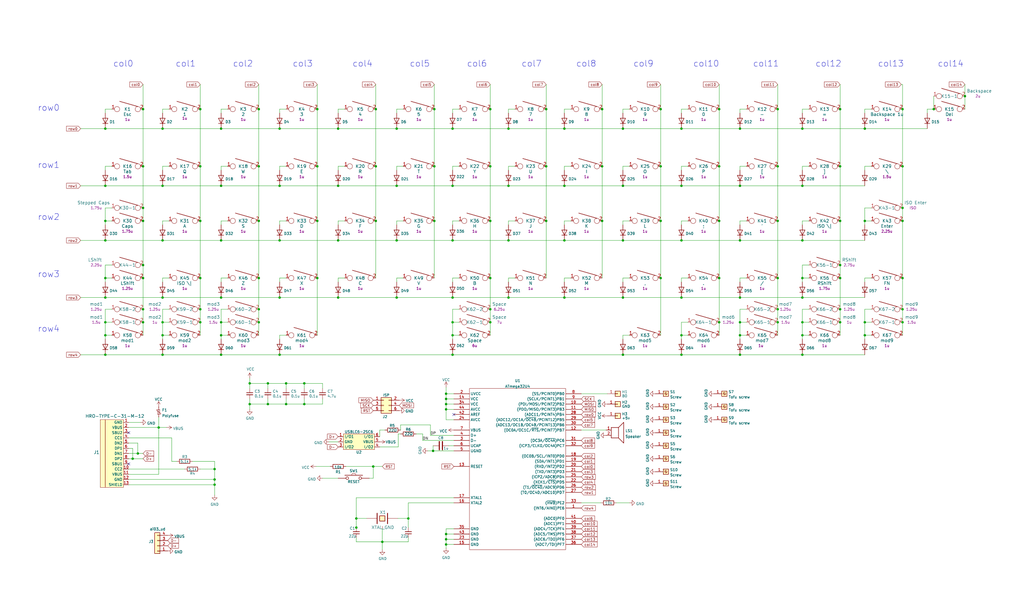
<source format=kicad_sch>
(kicad_sch (version 20210621) (generator eeschema)
  (paper "User" 499.999 299.999)
  (title_block (title "Anonymous Keyboard - Schematic") (rev "0") (company "Anonymous Systems"))
  (junction (at 51.435 62.865) (diameter 1.016))
  (junction (at 51.435 90.805) (diameter 1.016))
  (junction (at 51.435 107.95) (diameter 1.016))
  (junction (at 51.435 117.475) (diameter 1.016))
  (junction (at 51.435 135.89) (diameter 1.016))
  (junction (at 51.435 145.415) (diameter 1.016))
  (junction (at 51.435 157.48) (diameter 1.016))
  (junction (at 51.435 163.83) (diameter 1.016))
  (junction (at 51.435 173.355) (diameter 1.016))
  (junction (at 64.77 224.155) (diameter 1.016))
  (junction (at 67.31 221.615) (diameter 1.016))
  (junction (at 69.85 53.34) (diameter 1.016))
  (junction (at 69.85 81.28) (diameter 1.016))
  (junction (at 69.85 101.6) (diameter 1.016))
  (junction (at 69.85 107.95) (diameter 1.016))
  (junction (at 69.85 129.54) (diameter 1.016))
  (junction (at 69.85 135.89) (diameter 1.016))
  (junction (at 69.85 151.13) (diameter 1.016))
  (junction (at 69.85 157.48) (diameter 1.016))
  (junction (at 77.47 208.915) (diameter 1.016))
  (junction (at 79.375 62.865) (diameter 1.016))
  (junction (at 79.375 90.805) (diameter 1.016))
  (junction (at 79.375 117.475) (diameter 1.016))
  (junction (at 79.375 145.415) (diameter 1.016))
  (junction (at 79.375 157.48) (diameter 1.016))
  (junction (at 79.375 163.83) (diameter 1.016))
  (junction (at 79.375 173.355) (diameter 1.016))
  (junction (at 97.79 53.34) (diameter 1.016))
  (junction (at 97.79 81.28) (diameter 1.016))
  (junction (at 97.79 107.95) (diameter 1.016))
  (junction (at 97.79 135.89) (diameter 1.016))
  (junction (at 97.79 151.13) (diameter 1.016))
  (junction (at 97.79 157.48) (diameter 1.016))
  (junction (at 104.775 229.235) (diameter 1.016))
  (junction (at 104.775 234.315) (diameter 1.016))
  (junction (at 104.775 236.855) (diameter 1.016))
  (junction (at 107.95 62.865) (diameter 1.016))
  (junction (at 107.95 90.805) (diameter 1.016))
  (junction (at 107.95 117.475) (diameter 1.016))
  (junction (at 107.95 145.415) (diameter 1.016))
  (junction (at 107.95 157.48) (diameter 1.016))
  (junction (at 107.95 163.83) (diameter 1.016))
  (junction (at 107.95 173.355) (diameter 1.016))
  (junction (at 121.92 187.325) (diameter 1.016))
  (junction (at 121.92 197.485) (diameter 1.016))
  (junction (at 126.365 53.34) (diameter 1.016))
  (junction (at 126.365 81.28) (diameter 1.016))
  (junction (at 126.365 107.95) (diameter 1.016))
  (junction (at 126.365 135.89) (diameter 1.016))
  (junction (at 126.365 151.13) (diameter 1.016))
  (junction (at 126.365 157.48) (diameter 1.016))
  (junction (at 130.81 187.325) (diameter 1.016))
  (junction (at 130.81 197.485) (diameter 1.016))
  (junction (at 136.525 62.865) (diameter 1.016))
  (junction (at 136.525 90.805) (diameter 1.016))
  (junction (at 136.525 117.475) (diameter 1.016))
  (junction (at 136.525 145.415) (diameter 1.016))
  (junction (at 136.525 173.355) (diameter 1.016))
  (junction (at 139.7 187.325) (diameter 1.016))
  (junction (at 139.7 197.485) (diameter 1.016))
  (junction (at 148.59 187.325) (diameter 1.016))
  (junction (at 148.59 197.485) (diameter 1.016))
  (junction (at 154.94 53.34) (diameter 1.016))
  (junction (at 154.94 81.28) (diameter 1.016))
  (junction (at 154.94 107.95) (diameter 1.016))
  (junction (at 154.94 135.89) (diameter 1.016))
  (junction (at 165.1 62.865) (diameter 1.016))
  (junction (at 165.1 90.805) (diameter 1.016))
  (junction (at 165.1 117.475) (diameter 1.016))
  (junction (at 165.1 145.415) (diameter 1.016))
  (junction (at 173.99 253.365) (diameter 1.016))
  (junction (at 173.99 257.81) (diameter 1.016))
  (junction (at 182.245 227.965) (diameter 1.016))
  (junction (at 183.515 53.34) (diameter 1.016))
  (junction (at 183.515 81.28) (diameter 1.016))
  (junction (at 183.515 107.95) (diameter 1.016))
  (junction (at 186.69 264.795) (diameter 1.016))
  (junction (at 193.675 62.865) (diameter 1.016))
  (junction (at 193.675 90.805) (diameter 1.016))
  (junction (at 193.675 117.475) (diameter 1.016))
  (junction (at 193.675 145.415) (diameter 1.016))
  (junction (at 199.39 253.365) (diameter 1.016))
  (junction (at 211.455 220.345) (diameter 1.016))
  (junction (at 212.09 53.34) (diameter 1.016))
  (junction (at 212.09 81.28) (diameter 1.016))
  (junction (at 212.09 107.95) (diameter 1.016))
  (junction (at 217.805 192.405) (diameter 1.016))
  (junction (at 217.805 194.945) (diameter 1.016))
  (junction (at 217.805 197.485) (diameter 1.016))
  (junction (at 217.805 200.025) (diameter 1.016))
  (junction (at 217.805 260.985) (diameter 1.016))
  (junction (at 217.805 263.525) (diameter 1.016))
  (junction (at 217.805 266.065) (diameter 1.016))
  (junction (at 220.98 62.865) (diameter 1.016))
  (junction (at 220.98 90.805) (diameter 1.016))
  (junction (at 220.98 117.475) (diameter 1.016))
  (junction (at 220.98 145.415) (diameter 1.016))
  (junction (at 220.98 157.48) (diameter 1.016))
  (junction (at 220.98 163.83) (diameter 1.016))
  (junction (at 220.98 173.355) (diameter 1.016))
  (junction (at 239.395 53.34) (diameter 1.016))
  (junction (at 239.395 81.28) (diameter 1.016))
  (junction (at 239.395 107.95) (diameter 1.016))
  (junction (at 239.395 135.89) (diameter 1.016))
  (junction (at 239.395 151.13) (diameter 1.016))
  (junction (at 239.395 157.48) (diameter 1.016))
  (junction (at 248.285 62.865) (diameter 1.016))
  (junction (at 248.285 90.805) (diameter 1.016))
  (junction (at 248.285 117.475) (diameter 1.016))
  (junction (at 248.285 145.415) (diameter 1.016))
  (junction (at 266.7 53.34) (diameter 1.016))
  (junction (at 266.7 81.28) (diameter 1.016))
  (junction (at 266.7 107.95) (diameter 1.016))
  (junction (at 275.59 62.865) (diameter 1.016))
  (junction (at 275.59 90.805) (diameter 1.016))
  (junction (at 275.59 117.475) (diameter 1.016))
  (junction (at 275.59 145.415) (diameter 1.016))
  (junction (at 294.005 53.34) (diameter 1.016))
  (junction (at 294.005 81.28) (diameter 1.016))
  (junction (at 294.005 107.95) (diameter 1.016))
  (junction (at 304.165 62.865) (diameter 1.016))
  (junction (at 304.165 90.805) (diameter 1.016))
  (junction (at 304.165 117.475) (diameter 1.016))
  (junction (at 304.165 145.415) (diameter 1.016))
  (junction (at 304.165 173.355) (diameter 1.016))
  (junction (at 322.58 53.34) (diameter 1.016))
  (junction (at 322.58 81.28) (diameter 1.016))
  (junction (at 322.58 107.95) (diameter 1.016))
  (junction (at 322.58 135.89) (diameter 1.016))
  (junction (at 332.74 62.865) (diameter 1.016))
  (junction (at 332.74 90.805) (diameter 1.016))
  (junction (at 332.74 117.475) (diameter 1.016))
  (junction (at 332.74 145.415) (diameter 1.016))
  (junction (at 332.74 163.83) (diameter 1.016))
  (junction (at 332.74 173.355) (diameter 1.016))
  (junction (at 351.155 53.34) (diameter 1.016))
  (junction (at 351.155 81.28) (diameter 1.016))
  (junction (at 351.155 107.95) (diameter 1.016))
  (junction (at 351.155 135.89) (diameter 1.016))
  (junction (at 351.155 157.48) (diameter 1.016))
  (junction (at 361.315 62.865) (diameter 1.016))
  (junction (at 361.315 90.805) (diameter 1.016))
  (junction (at 361.315 117.475) (diameter 1.016))
  (junction (at 361.315 145.415) (diameter 1.016))
  (junction (at 361.315 157.48) (diameter 1.016))
  (junction (at 361.315 163.83) (diameter 1.016))
  (junction (at 361.315 173.355) (diameter 1.016))
  (junction (at 379.73 53.34) (diameter 1.016))
  (junction (at 379.73 81.28) (diameter 1.016))
  (junction (at 379.73 107.95) (diameter 1.016))
  (junction (at 379.73 135.89) (diameter 1.016))
  (junction (at 379.73 151.13) (diameter 1.016))
  (junction (at 379.73 157.48) (diameter 1.016))
  (junction (at 391.795 62.865) (diameter 1.016))
  (junction (at 391.795 90.805) (diameter 1.016))
  (junction (at 391.795 117.475) (diameter 1.016))
  (junction (at 391.795 135.89) (diameter 1.016))
  (junction (at 391.795 145.415) (diameter 1.016))
  (junction (at 391.795 157.48) (diameter 1.016))
  (junction (at 391.795 163.83) (diameter 1.016))
  (junction (at 391.795 173.355) (diameter 1.016))
  (junction (at 410.21 53.34) (diameter 1.016))
  (junction (at 410.21 81.28) (diameter 1.016))
  (junction (at 410.21 107.95) (diameter 1.016))
  (junction (at 410.21 129.54) (diameter 1.016))
  (junction (at 410.21 135.89) (diameter 1.016))
  (junction (at 410.21 151.13) (diameter 1.016))
  (junction (at 410.21 157.48) (diameter 1.016))
  (junction (at 422.275 62.865) (diameter 1.016))
  (junction (at 422.275 107.95) (diameter 1.016))
  (junction (at 422.275 157.48) (diameter 1.016))
  (junction (at 422.275 163.83) (diameter 1.016))
  (junction (at 440.69 53.34) (diameter 1.016))
  (junction (at 440.69 81.28) (diameter 1.016))
  (junction (at 440.69 101.6) (diameter 1.016))
  (junction (at 440.69 107.95) (diameter 1.016))
  (junction (at 440.69 135.89) (diameter 1.016))
  (junction (at 440.69 151.13) (diameter 1.016))
  (junction (at 440.69 157.48) (diameter 1.016))
  (junction (at 455.93 53.34) (diameter 1.016))
  (junction (at 471.17 46.99) (diameter 1.016))
  (no_connect (at 62.865 211.455))
  (no_connect (at 62.865 226.695))
  (no_connect (at 221.615 202.565))
  (wire (pts (xy 39.37 62.865) (xy 51.435 62.865)))
  (wire (pts (xy 39.37 90.805) (xy 51.435 90.805)))
  (wire (pts (xy 39.37 117.475) (xy 51.435 117.475)))
  (wire (pts (xy 39.37 145.415) (xy 51.435 145.415)))
  (wire (pts (xy 39.37 173.355) (xy 51.435 173.355)))
  (wire (pts (xy 51.435 53.34) (xy 51.435 55.245)))
  (wire (pts (xy 51.435 62.865) (xy 79.375 62.865)))
  (wire (pts (xy 51.435 81.28) (xy 51.435 83.185)))
  (wire (pts (xy 51.435 90.805) (xy 79.375 90.805)))
  (wire (pts (xy 51.435 101.6) (xy 51.435 107.95)))
  (wire (pts (xy 51.435 107.95) (xy 51.435 109.855)))
  (wire (pts (xy 51.435 117.475) (xy 79.375 117.475)))
  (wire (pts (xy 51.435 129.54) (xy 51.435 135.89)))
  (wire (pts (xy 51.435 135.89) (xy 51.435 137.795)))
  (wire (pts (xy 51.435 145.415) (xy 79.375 145.415)))
  (wire (pts (xy 51.435 151.13) (xy 51.435 157.48)))
  (wire (pts (xy 51.435 157.48) (xy 51.435 163.83)))
  (wire (pts (xy 51.435 163.83) (xy 51.435 165.735)))
  (wire (pts (xy 51.435 173.355) (xy 79.375 173.355)))
  (wire (pts (xy 54.61 53.34) (xy 51.435 53.34)))
  (wire (pts (xy 54.61 81.28) (xy 51.435 81.28)))
  (wire (pts (xy 54.61 101.6) (xy 51.435 101.6)))
  (wire (pts (xy 54.61 107.95) (xy 51.435 107.95)))
  (wire (pts (xy 54.61 129.54) (xy 51.435 129.54)))
  (wire (pts (xy 54.61 135.89) (xy 51.435 135.89)))
  (wire (pts (xy 54.61 151.13) (xy 51.435 151.13)))
  (wire (pts (xy 54.61 157.48) (xy 51.435 157.48)))
  (wire (pts (xy 54.61 163.83) (xy 51.435 163.83)))
  (wire (pts (xy 62.865 208.915) (xy 77.47 208.915)))
  (wire (pts (xy 62.865 213.995) (xy 83.82 213.995)))
  (wire (pts (xy 62.865 216.535) (xy 67.31 216.535)))
  (wire (pts (xy 62.865 219.075) (xy 64.77 219.075)))
  (wire (pts (xy 62.865 221.615) (xy 67.31 221.615)))
  (wire (pts (xy 62.865 224.155) (xy 64.77 224.155)))
  (wire (pts (xy 62.865 229.235) (xy 90.17 229.235)))
  (wire (pts (xy 62.865 231.775) (xy 77.47 231.775)))
  (wire (pts (xy 62.865 234.315) (xy 104.775 234.315)))
  (wire (pts (xy 62.865 236.855) (xy 104.775 236.855)))
  (wire (pts (xy 64.77 219.075) (xy 64.77 224.155)))
  (wire (pts (xy 64.77 224.155) (xy 69.85 224.155)))
  (wire (pts (xy 67.31 216.535) (xy 67.31 221.615)))
  (wire (pts (xy 67.31 221.615) (xy 69.85 221.615)))
  (wire (pts (xy 68.58 206.375) (xy 62.865 206.375)))
  (wire (pts (xy 69.85 41.275) (xy 69.85 53.34)))
  (wire (pts (xy 69.85 53.34) (xy 69.85 81.28)))
  (wire (pts (xy 69.85 81.28) (xy 69.85 101.6)))
  (wire (pts (xy 69.85 101.6) (xy 69.85 107.95)))
  (wire (pts (xy 69.85 107.95) (xy 69.85 129.54)))
  (wire (pts (xy 69.85 129.54) (xy 69.85 135.89)))
  (wire (pts (xy 69.85 135.89) (xy 69.85 151.13)))
  (wire (pts (xy 69.85 151.13) (xy 69.85 157.48)))
  (wire (pts (xy 69.85 157.48) (xy 69.85 163.83)))
  (wire (pts (xy 77.47 203.835) (xy 77.47 208.915)))
  (wire (pts (xy 77.47 231.775) (xy 77.47 208.915)))
  (wire (pts (xy 79.375 53.34) (xy 79.375 55.245)))
  (wire (pts (xy 79.375 62.865) (xy 107.95 62.865)))
  (wire (pts (xy 79.375 81.28) (xy 79.375 83.185)))
  (wire (pts (xy 79.375 90.805) (xy 107.95 90.805)))
  (wire (pts (xy 79.375 107.95) (xy 79.375 109.855)))
  (wire (pts (xy 79.375 117.475) (xy 107.95 117.475)))
  (wire (pts (xy 79.375 135.89) (xy 79.375 137.795)))
  (wire (pts (xy 79.375 145.415) (xy 107.95 145.415)))
  (wire (pts (xy 79.375 151.13) (xy 79.375 157.48)))
  (wire (pts (xy 79.375 157.48) (xy 79.375 163.83)))
  (wire (pts (xy 79.375 163.83) (xy 79.375 165.735)))
  (wire (pts (xy 79.375 173.355) (xy 107.95 173.355)))
  (wire (pts (xy 81.28 208.915) (xy 77.47 208.915)))
  (wire (pts (xy 82.55 53.34) (xy 79.375 53.34)))
  (wire (pts (xy 82.55 81.28) (xy 79.375 81.28)))
  (wire (pts (xy 82.55 107.95) (xy 79.375 107.95)))
  (wire (pts (xy 82.55 135.89) (xy 79.375 135.89)))
  (wire (pts (xy 82.55 151.13) (xy 79.375 151.13)))
  (wire (pts (xy 82.55 157.48) (xy 79.375 157.48)))
  (wire (pts (xy 82.55 163.83) (xy 79.375 163.83)))
  (wire (pts (xy 83.82 213.995) (xy 83.82 225.425)))
  (wire (pts (xy 83.82 225.425) (xy 86.36 225.425)))
  (wire (pts (xy 93.98 225.425) (xy 104.775 225.425)))
  (wire (pts (xy 97.79 41.275) (xy 97.79 53.34)))
  (wire (pts (xy 97.79 53.34) (xy 97.79 81.28)))
  (wire (pts (xy 97.79 81.28) (xy 97.79 107.95)))
  (wire (pts (xy 97.79 107.95) (xy 97.79 135.89)))
  (wire (pts (xy 97.79 135.89) (xy 97.79 151.13)))
  (wire (pts (xy 97.79 151.13) (xy 97.79 157.48)))
  (wire (pts (xy 97.79 157.48) (xy 97.79 163.83)))
  (wire (pts (xy 97.79 229.235) (xy 104.775 229.235)))
  (wire (pts (xy 104.775 225.425) (xy 104.775 229.235)))
  (wire (pts (xy 104.775 229.235) (xy 104.775 234.315)))
  (wire (pts (xy 104.775 234.315) (xy 104.775 236.855)))
  (wire (pts (xy 104.775 236.855) (xy 104.775 241.935)))
  (wire (pts (xy 107.95 53.34) (xy 107.95 55.245)))
  (wire (pts (xy 107.95 62.865) (xy 136.525 62.865)))
  (wire (pts (xy 107.95 81.28) (xy 107.95 83.185)))
  (wire (pts (xy 107.95 90.805) (xy 136.525 90.805)))
  (wire (pts (xy 107.95 107.95) (xy 107.95 109.855)))
  (wire (pts (xy 107.95 117.475) (xy 136.525 117.475)))
  (wire (pts (xy 107.95 135.89) (xy 107.95 137.795)))
  (wire (pts (xy 107.95 145.415) (xy 136.525 145.415)))
  (wire (pts (xy 107.95 151.13) (xy 107.95 157.48)))
  (wire (pts (xy 107.95 157.48) (xy 107.95 163.83)))
  (wire (pts (xy 107.95 163.83) (xy 107.95 165.735)))
  (wire (pts (xy 107.95 173.355) (xy 136.525 173.355)))
  (wire (pts (xy 111.125 53.34) (xy 107.95 53.34)))
  (wire (pts (xy 111.125 81.28) (xy 107.95 81.28)))
  (wire (pts (xy 111.125 107.95) (xy 107.95 107.95)))
  (wire (pts (xy 111.125 135.89) (xy 107.95 135.89)))
  (wire (pts (xy 111.125 151.13) (xy 107.95 151.13)))
  (wire (pts (xy 111.125 157.48) (xy 107.95 157.48)))
  (wire (pts (xy 111.125 163.83) (xy 107.95 163.83)))
  (wire (pts (xy 121.92 184.785) (xy 121.92 187.325)))
  (wire (pts (xy 121.92 187.325) (xy 121.92 189.865)))
  (wire (pts (xy 121.92 187.325) (xy 130.81 187.325)))
  (wire (pts (xy 121.92 194.945) (xy 121.92 197.485)))
  (wire (pts (xy 121.92 197.485) (xy 121.92 200.025)))
  (wire (pts (xy 121.92 197.485) (xy 130.81 197.485)))
  (wire (pts (xy 126.365 41.275) (xy 126.365 53.34)))
  (wire (pts (xy 126.365 53.34) (xy 126.365 81.28)))
  (wire (pts (xy 126.365 81.28) (xy 126.365 107.95)))
  (wire (pts (xy 126.365 107.95) (xy 126.365 135.89)))
  (wire (pts (xy 126.365 135.89) (xy 126.365 151.13)))
  (wire (pts (xy 126.365 151.13) (xy 126.365 157.48)))
  (wire (pts (xy 126.365 157.48) (xy 126.365 163.83)))
  (wire (pts (xy 130.81 187.325) (xy 139.7 187.325)))
  (wire (pts (xy 130.81 189.865) (xy 130.81 187.325)))
  (wire (pts (xy 130.81 194.945) (xy 130.81 197.485)))
  (wire (pts (xy 130.81 197.485) (xy 139.7 197.485)))
  (wire (pts (xy 136.525 53.34) (xy 136.525 55.245)))
  (wire (pts (xy 136.525 62.865) (xy 165.1 62.865)))
  (wire (pts (xy 136.525 81.28) (xy 136.525 83.185)))
  (wire (pts (xy 136.525 90.805) (xy 165.1 90.805)))
  (wire (pts (xy 136.525 107.95) (xy 136.525 109.855)))
  (wire (pts (xy 136.525 117.475) (xy 165.1 117.475)))
  (wire (pts (xy 136.525 135.89) (xy 136.525 137.795)))
  (wire (pts (xy 136.525 145.415) (xy 165.1 145.415)))
  (wire (pts (xy 136.525 163.83) (xy 136.525 165.735)))
  (wire (pts (xy 136.525 173.355) (xy 220.98 173.355)))
  (wire (pts (xy 139.7 53.34) (xy 136.525 53.34)))
  (wire (pts (xy 139.7 81.28) (xy 136.525 81.28)))
  (wire (pts (xy 139.7 107.95) (xy 136.525 107.95)))
  (wire (pts (xy 139.7 135.89) (xy 136.525 135.89)))
  (wire (pts (xy 139.7 163.83) (xy 136.525 163.83)))
  (wire (pts (xy 139.7 187.325) (xy 148.59 187.325)))
  (wire (pts (xy 139.7 189.865) (xy 139.7 187.325)))
  (wire (pts (xy 139.7 194.945) (xy 139.7 197.485)))
  (wire (pts (xy 139.7 197.485) (xy 148.59 197.485)))
  (wire (pts (xy 148.59 187.325) (xy 157.48 187.325)))
  (wire (pts (xy 148.59 189.865) (xy 148.59 187.325)))
  (wire (pts (xy 148.59 194.945) (xy 148.59 197.485)))
  (wire (pts (xy 148.59 197.485) (xy 157.48 197.485)))
  (wire (pts (xy 154.305 227.965) (xy 161.29 227.965)))
  (wire (pts (xy 154.94 41.275) (xy 154.94 53.34)))
  (wire (pts (xy 154.94 53.34) (xy 154.94 81.28)))
  (wire (pts (xy 154.94 81.28) (xy 154.94 107.95)))
  (wire (pts (xy 154.94 107.95) (xy 154.94 135.89)))
  (wire (pts (xy 154.94 135.89) (xy 154.94 163.83)))
  (wire (pts (xy 157.48 189.865) (xy 157.48 187.325)))
  (wire (pts (xy 157.48 194.945) (xy 157.48 197.485)))
  (wire (pts (xy 157.48 233.68) (xy 165.1 233.68)))
  (wire (pts (xy 160.655 215.9) (xy 165.1 215.9)))
  (wire (pts (xy 165.1 53.34) (xy 165.1 55.245)))
  (wire (pts (xy 165.1 62.865) (xy 193.675 62.865)))
  (wire (pts (xy 165.1 81.28) (xy 165.1 83.185)))
  (wire (pts (xy 165.1 90.805) (xy 193.675 90.805)))
  (wire (pts (xy 165.1 107.95) (xy 165.1 109.855)))
  (wire (pts (xy 165.1 117.475) (xy 193.675 117.475)))
  (wire (pts (xy 165.1 135.89) (xy 165.1 137.795)))
  (wire (pts (xy 165.1 145.415) (xy 193.675 145.415)))
  (wire (pts (xy 168.275 53.34) (xy 165.1 53.34)))
  (wire (pts (xy 168.275 81.28) (xy 165.1 81.28)))
  (wire (pts (xy 168.275 107.95) (xy 165.1 107.95)))
  (wire (pts (xy 168.275 135.89) (xy 165.1 135.89)))
  (wire (pts (xy 168.91 227.965) (xy 182.245 227.965)))
  (wire (pts (xy 173.99 243.205) (xy 173.99 253.365)))
  (wire (pts (xy 173.99 253.365) (xy 173.99 257.81)))
  (wire (pts (xy 173.99 257.81) (xy 173.99 258.445)))
  (wire (pts (xy 173.99 262.89) (xy 173.99 264.795)))
  (wire (pts (xy 173.99 264.795) (xy 186.69 264.795)))
  (wire (pts (xy 179.07 253.365) (xy 173.99 253.365)))
  (wire (pts (xy 180.34 233.68) (xy 182.245 233.68)))
  (wire (pts (xy 182.245 227.965) (xy 182.245 233.68)))
  (wire (pts (xy 182.245 227.965) (xy 186.69 227.965)))
  (wire (pts (xy 183.515 41.275) (xy 183.515 53.34)))
  (wire (pts (xy 183.515 53.34) (xy 183.515 81.28)))
  (wire (pts (xy 183.515 81.28) (xy 183.515 107.95)))
  (wire (pts (xy 183.515 107.95) (xy 183.515 135.89)))
  (wire (pts (xy 185.42 210.185) (xy 185.42 213.36)))
  (wire (pts (xy 186.69 264.795) (xy 186.69 258.445)))
  (wire (pts (xy 186.69 264.795) (xy 186.69 268.605)))
  (wire (pts (xy 187.96 210.185) (xy 185.42 210.185)))
  (wire (pts (xy 193.675 53.34) (xy 193.675 55.245)))
  (wire (pts (xy 193.675 62.865) (xy 220.98 62.865)))
  (wire (pts (xy 193.675 81.28) (xy 193.675 83.185)))
  (wire (pts (xy 193.675 90.805) (xy 220.98 90.805)))
  (wire (pts (xy 193.675 107.95) (xy 193.675 109.855)))
  (wire (pts (xy 193.675 117.475) (xy 220.98 117.475)))
  (wire (pts (xy 193.675 135.89) (xy 193.675 137.795)))
  (wire (pts (xy 193.675 145.415) (xy 220.98 145.415)))
  (wire (pts (xy 194.31 253.365) (xy 199.39 253.365)))
  (wire (pts (xy 194.437 212.09) (xy 194.437 218.44)))
  (wire (pts (xy 194.437 218.44) (xy 185.42 218.44)))
  (wire (pts (xy 195.58 207.645) (xy 210.185 207.645)))
  (wire (pts (xy 195.58 210.185) (xy 195.58 207.645)))
  (wire (pts (xy 195.58 212.09) (xy 194.437 212.09)))
  (wire (pts (xy 196.85 53.34) (xy 193.675 53.34)))
  (wire (pts (xy 196.85 81.28) (xy 193.675 81.28)))
  (wire (pts (xy 196.85 107.95) (xy 193.675 107.95)))
  (wire (pts (xy 196.85 135.89) (xy 193.675 135.89)))
  (wire (pts (xy 199.39 245.745) (xy 199.39 253.365)))
  (wire (pts (xy 199.39 245.745) (xy 221.615 245.745)))
  (wire (pts (xy 199.39 253.365) (xy 199.39 257.81)))
  (wire (pts (xy 199.39 262.89) (xy 199.39 264.795)))
  (wire (pts (xy 199.39 264.795) (xy 186.69 264.795)))
  (wire (pts (xy 203.2 212.09) (xy 206.375 212.09)))
  (wire (pts (xy 206.375 212.09) (xy 206.375 215.265)))
  (wire (pts (xy 206.375 215.265) (xy 221.615 215.265)))
  (wire (pts (xy 208.915 220.345) (xy 211.455 220.345)))
  (wire (pts (xy 210.185 207.645) (xy 210.185 212.725)))
  (wire (pts (xy 210.185 212.725) (xy 221.615 212.725)))
  (wire (pts (xy 211.455 217.805) (xy 211.455 220.345)))
  (wire (pts (xy 211.455 220.345) (xy 221.615 220.345)))
  (wire (pts (xy 212.09 41.275) (xy 212.09 53.34)))
  (wire (pts (xy 212.09 53.34) (xy 212.09 81.28)))
  (wire (pts (xy 212.09 81.28) (xy 212.09 107.95)))
  (wire (pts (xy 212.09 107.95) (xy 212.09 135.89)))
  (wire (pts (xy 217.805 192.405) (xy 217.805 189.23)))
  (wire (pts (xy 217.805 192.405) (xy 221.615 192.405)))
  (wire (pts (xy 217.805 194.945) (xy 217.805 192.405)))
  (wire (pts (xy 217.805 194.945) (xy 221.615 194.945)))
  (wire (pts (xy 217.805 197.485) (xy 217.805 194.945)))
  (wire (pts (xy 217.805 197.485) (xy 221.615 197.485)))
  (wire (pts (xy 217.805 200.025) (xy 217.805 197.485)))
  (wire (pts (xy 217.805 200.025) (xy 221.615 200.025)))
  (wire (pts (xy 217.805 205.105) (xy 217.805 200.025)))
  (wire (pts (xy 217.805 258.445) (xy 217.805 260.985)))
  (wire (pts (xy 217.805 260.985) (xy 217.805 263.525)))
  (wire (pts (xy 217.805 260.985) (xy 221.615 260.985)))
  (wire (pts (xy 217.805 263.525) (xy 217.805 266.065)))
  (wire (pts (xy 217.805 263.525) (xy 221.615 263.525)))
  (wire (pts (xy 217.805 266.065) (xy 217.805 267.97)))
  (wire (pts (xy 217.805 266.065) (xy 221.615 266.065)))
  (wire (pts (xy 220.98 53.34) (xy 220.98 55.245)))
  (wire (pts (xy 220.98 62.865) (xy 248.285 62.865)))
  (wire (pts (xy 220.98 81.28) (xy 220.98 83.185)))
  (wire (pts (xy 220.98 90.805) (xy 248.285 90.805)))
  (wire (pts (xy 220.98 107.95) (xy 220.98 109.855)))
  (wire (pts (xy 220.98 117.475) (xy 248.285 117.475)))
  (wire (pts (xy 220.98 135.89) (xy 220.98 137.795)))
  (wire (pts (xy 220.98 145.415) (xy 248.285 145.415)))
  (wire (pts (xy 220.98 151.13) (xy 220.98 157.48)))
  (wire (pts (xy 220.98 157.48) (xy 220.98 163.83)))
  (wire (pts (xy 220.98 163.83) (xy 220.98 165.735)))
  (wire (pts (xy 220.98 173.355) (xy 304.165 173.355)))
  (wire (pts (xy 221.615 205.105) (xy 217.805 205.105)))
  (wire (pts (xy 221.615 217.805) (xy 219.075 217.805)))
  (wire (pts (xy 221.615 243.205) (xy 173.99 243.205)))
  (wire (pts (xy 221.615 258.445) (xy 217.805 258.445)))
  (wire (pts (xy 224.155 53.34) (xy 220.98 53.34)))
  (wire (pts (xy 224.155 81.28) (xy 220.98 81.28)))
  (wire (pts (xy 224.155 107.95) (xy 220.98 107.95)))
  (wire (pts (xy 224.155 135.89) (xy 220.98 135.89)))
  (wire (pts (xy 224.155 151.13) (xy 220.98 151.13)))
  (wire (pts (xy 224.155 157.48) (xy 220.98 157.48)))
  (wire (pts (xy 224.155 163.83) (xy 220.98 163.83)))
  (wire (pts (xy 239.395 41.275) (xy 239.395 53.34)))
  (wire (pts (xy 239.395 53.34) (xy 239.395 81.28)))
  (wire (pts (xy 239.395 81.28) (xy 239.395 107.95)))
  (wire (pts (xy 239.395 107.95) (xy 239.395 135.89)))
  (wire (pts (xy 239.395 135.89) (xy 239.395 151.13)))
  (wire (pts (xy 239.395 151.13) (xy 239.395 157.48)))
  (wire (pts (xy 239.395 157.48) (xy 239.395 163.83)))
  (wire (pts (xy 248.285 53.34) (xy 248.285 55.245)))
  (wire (pts (xy 248.285 62.865) (xy 275.59 62.865)))
  (wire (pts (xy 248.285 81.28) (xy 248.285 83.185)))
  (wire (pts (xy 248.285 90.805) (xy 275.59 90.805)))
  (wire (pts (xy 248.285 107.95) (xy 248.285 109.855)))
  (wire (pts (xy 248.285 117.475) (xy 275.59 117.475)))
  (wire (pts (xy 248.285 135.89) (xy 248.285 137.795)))
  (wire (pts (xy 248.285 145.415) (xy 275.59 145.415)))
  (wire (pts (xy 251.46 53.34) (xy 248.285 53.34)))
  (wire (pts (xy 251.46 81.28) (xy 248.285 81.28)))
  (wire (pts (xy 251.46 107.95) (xy 248.285 107.95)))
  (wire (pts (xy 251.46 135.89) (xy 248.285 135.89)))
  (wire (pts (xy 266.7 41.275) (xy 266.7 53.34)))
  (wire (pts (xy 266.7 53.34) (xy 266.7 81.28)))
  (wire (pts (xy 266.7 81.28) (xy 266.7 107.95)))
  (wire (pts (xy 266.7 107.95) (xy 266.7 135.89)))
  (wire (pts (xy 275.59 53.34) (xy 275.59 55.245)))
  (wire (pts (xy 275.59 62.865) (xy 304.165 62.865)))
  (wire (pts (xy 275.59 81.28) (xy 275.59 83.185)))
  (wire (pts (xy 275.59 90.805) (xy 304.165 90.805)))
  (wire (pts (xy 275.59 107.95) (xy 275.59 109.855)))
  (wire (pts (xy 275.59 117.475) (xy 304.165 117.475)))
  (wire (pts (xy 275.59 135.89) (xy 275.59 137.795)))
  (wire (pts (xy 275.59 145.415) (xy 304.165 145.415)))
  (wire (pts (xy 278.765 53.34) (xy 275.59 53.34)))
  (wire (pts (xy 278.765 81.28) (xy 275.59 81.28)))
  (wire (pts (xy 278.765 107.95) (xy 275.59 107.95)))
  (wire (pts (xy 278.765 135.89) (xy 275.59 135.89)))
  (wire (pts (xy 283.845 192.405) (xy 296.545 192.405)))
  (wire (pts (xy 283.845 210.185) (xy 295.91 210.185)))
  (wire (pts (xy 293.37 245.745) (xy 283.845 245.745)))
  (wire (pts (xy 294.005 41.275) (xy 294.005 53.34)))
  (wire (pts (xy 294.005 53.34) (xy 294.005 81.28)))
  (wire (pts (xy 294.005 81.28) (xy 294.005 107.95)))
  (wire (pts (xy 294.005 107.95) (xy 294.005 135.89)))
  (wire (pts (xy 300.99 245.745) (xy 307.34 245.745)))
  (wire (pts (xy 304.165 53.34) (xy 304.165 55.245)))
  (wire (pts (xy 304.165 62.865) (xy 332.74 62.865)))
  (wire (pts (xy 304.165 81.28) (xy 304.165 83.185)))
  (wire (pts (xy 304.165 90.805) (xy 332.74 90.805)))
  (wire (pts (xy 304.165 107.95) (xy 304.165 109.855)))
  (wire (pts (xy 304.165 117.475) (xy 332.74 117.475)))
  (wire (pts (xy 304.165 135.89) (xy 304.165 137.795)))
  (wire (pts (xy 304.165 145.415) (xy 332.74 145.415)))
  (wire (pts (xy 304.165 163.83) (xy 304.165 165.735)))
  (wire (pts (xy 304.165 173.355) (xy 332.74 173.355)))
  (wire (pts (xy 307.34 53.34) (xy 304.165 53.34)))
  (wire (pts (xy 307.34 81.28) (xy 304.165 81.28)))
  (wire (pts (xy 307.34 107.95) (xy 304.165 107.95)))
  (wire (pts (xy 307.34 135.89) (xy 304.165 135.89)))
  (wire (pts (xy 307.34 163.83) (xy 304.165 163.83)))
  (wire (pts (xy 322.58 41.275) (xy 322.58 53.34)))
  (wire (pts (xy 322.58 53.34) (xy 322.58 81.28)))
  (wire (pts (xy 322.58 81.28) (xy 322.58 107.95)))
  (wire (pts (xy 322.58 107.95) (xy 322.58 135.89)))
  (wire (pts (xy 322.58 135.89) (xy 322.58 163.83)))
  (wire (pts (xy 332.74 53.34) (xy 332.74 55.245)))
  (wire (pts (xy 332.74 62.865) (xy 361.315 62.865)))
  (wire (pts (xy 332.74 81.28) (xy 332.74 83.185)))
  (wire (pts (xy 332.74 90.805) (xy 361.315 90.805)))
  (wire (pts (xy 332.74 107.95) (xy 332.74 109.855)))
  (wire (pts (xy 332.74 117.475) (xy 361.315 117.475)))
  (wire (pts (xy 332.74 135.89) (xy 332.74 137.795)))
  (wire (pts (xy 332.74 145.415) (xy 361.315 145.415)))
  (wire (pts (xy 332.74 157.48) (xy 332.74 163.83)))
  (wire (pts (xy 332.74 163.83) (xy 332.74 165.735)))
  (wire (pts (xy 332.74 173.355) (xy 361.315 173.355)))
  (wire (pts (xy 335.915 53.34) (xy 332.74 53.34)))
  (wire (pts (xy 335.915 81.28) (xy 332.74 81.28)))
  (wire (pts (xy 335.915 107.95) (xy 332.74 107.95)))
  (wire (pts (xy 335.915 135.89) (xy 332.74 135.89)))
  (wire (pts (xy 335.915 157.48) (xy 332.74 157.48)))
  (wire (pts (xy 335.915 163.83) (xy 332.74 163.83)))
  (wire (pts (xy 351.155 41.275) (xy 351.155 53.34)))
  (wire (pts (xy 351.155 53.34) (xy 351.155 81.28)))
  (wire (pts (xy 351.155 81.28) (xy 351.155 107.95)))
  (wire (pts (xy 351.155 107.95) (xy 351.155 135.89)))
  (wire (pts (xy 351.155 135.89) (xy 351.155 157.48)))
  (wire (pts (xy 351.155 157.48) (xy 351.155 163.83)))
  (wire (pts (xy 361.315 53.34) (xy 361.315 55.245)))
  (wire (pts (xy 361.315 62.865) (xy 391.795 62.865)))
  (wire (pts (xy 361.315 81.28) (xy 361.315 83.185)))
  (wire (pts (xy 361.315 90.805) (xy 391.795 90.805)))
  (wire (pts (xy 361.315 107.95) (xy 361.315 109.855)))
  (wire (pts (xy 361.315 117.475) (xy 391.795 117.475)))
  (wire (pts (xy 361.315 135.89) (xy 361.315 137.795)))
  (wire (pts (xy 361.315 145.415) (xy 391.795 145.415)))
  (wire (pts (xy 361.315 151.13) (xy 361.315 157.48)))
  (wire (pts (xy 361.315 157.48) (xy 361.315 163.83)))
  (wire (pts (xy 361.315 163.83) (xy 361.315 165.735)))
  (wire (pts (xy 361.315 173.355) (xy 391.795 173.355)))
  (wire (pts (xy 364.49 53.34) (xy 361.315 53.34)))
  (wire (pts (xy 364.49 81.28) (xy 361.315 81.28)))
  (wire (pts (xy 364.49 107.95) (xy 361.315 107.95)))
  (wire (pts (xy 364.49 135.89) (xy 361.315 135.89)))
  (wire (pts (xy 364.49 151.13) (xy 361.315 151.13)))
  (wire (pts (xy 364.49 157.48) (xy 361.315 157.48)))
  (wire (pts (xy 364.49 163.83) (xy 361.315 163.83)))
  (wire (pts (xy 379.73 41.275) (xy 379.73 53.34)))
  (wire (pts (xy 379.73 53.34) (xy 379.73 81.28)))
  (wire (pts (xy 379.73 81.28) (xy 379.73 107.95)))
  (wire (pts (xy 379.73 107.95) (xy 379.73 135.89)))
  (wire (pts (xy 379.73 135.89) (xy 379.73 151.13)))
  (wire (pts (xy 379.73 151.13) (xy 379.73 157.48)))
  (wire (pts (xy 379.73 157.48) (xy 379.73 163.83)))
  (wire (pts (xy 391.795 53.34) (xy 391.795 55.245)))
  (wire (pts (xy 391.795 62.865) (xy 422.275 62.865)))
  (wire (pts (xy 391.795 81.28) (xy 391.795 83.185)))
  (wire (pts (xy 391.795 90.805) (xy 422.275 90.805)))
  (wire (pts (xy 391.795 107.95) (xy 391.795 109.855)))
  (wire (pts (xy 391.795 117.475) (xy 422.275 117.475)))
  (wire (pts (xy 391.795 129.54) (xy 391.795 135.89)))
  (wire (pts (xy 391.795 135.89) (xy 391.795 137.795)))
  (wire (pts (xy 391.795 145.415) (xy 422.275 145.415)))
  (wire (pts (xy 391.795 151.13) (xy 391.795 157.48)))
  (wire (pts (xy 391.795 157.48) (xy 391.795 163.83)))
  (wire (pts (xy 391.795 163.83) (xy 391.795 165.735)))
  (wire (pts (xy 391.795 173.355) (xy 422.275 173.355)))
  (wire (pts (xy 394.97 53.34) (xy 391.795 53.34)))
  (wire (pts (xy 394.97 81.28) (xy 391.795 81.28)))
  (wire (pts (xy 394.97 107.95) (xy 391.795 107.95)))
  (wire (pts (xy 394.97 129.54) (xy 391.795 129.54)))
  (wire (pts (xy 394.97 135.89) (xy 391.795 135.89)))
  (wire (pts (xy 394.97 151.13) (xy 391.795 151.13)))
  (wire (pts (xy 394.97 157.48) (xy 391.795 157.48)))
  (wire (pts (xy 394.97 163.83) (xy 391.795 163.83)))
  (wire (pts (xy 410.21 41.275) (xy 410.21 53.34)))
  (wire (pts (xy 410.21 53.34) (xy 410.21 81.28)))
  (wire (pts (xy 410.21 81.28) (xy 410.21 107.95)))
  (wire (pts (xy 410.21 107.95) (xy 410.21 129.54)))
  (wire (pts (xy 410.21 129.54) (xy 410.21 135.89)))
  (wire (pts (xy 410.21 135.89) (xy 410.21 151.13)))
  (wire (pts (xy 410.21 151.13) (xy 410.21 157.48)))
  (wire (pts (xy 410.21 157.48) (xy 410.21 163.83)))
  (wire (pts (xy 422.275 53.34) (xy 422.275 55.245)))
  (wire (pts (xy 422.275 62.865) (xy 452.755 62.865)))
  (wire (pts (xy 422.275 81.28) (xy 422.275 83.185)))
  (wire (pts (xy 422.275 101.6) (xy 422.275 107.95)))
  (wire (pts (xy 422.275 107.95) (xy 422.275 109.855)))
  (wire (pts (xy 422.275 135.89) (xy 422.275 137.795)))
  (wire (pts (xy 422.275 151.13) (xy 422.275 157.48)))
  (wire (pts (xy 422.275 157.48) (xy 422.275 163.83)))
  (wire (pts (xy 422.275 163.83) (xy 422.275 165.735)))
  (wire (pts (xy 425.45 53.34) (xy 422.275 53.34)))
  (wire (pts (xy 425.45 81.28) (xy 422.275 81.28)))
  (wire (pts (xy 425.45 101.6) (xy 422.275 101.6)))
  (wire (pts (xy 425.45 107.95) (xy 422.275 107.95)))
  (wire (pts (xy 425.45 135.89) (xy 422.275 135.89)))
  (wire (pts (xy 425.45 151.13) (xy 422.275 151.13)))
  (wire (pts (xy 425.45 157.48) (xy 422.275 157.48)))
  (wire (pts (xy 425.45 163.83) (xy 422.275 163.83)))
  (wire (pts (xy 440.055 41.275) (xy 440.69 41.275)))
  (wire (pts (xy 440.69 41.275) (xy 440.69 53.34)))
  (wire (pts (xy 440.69 53.34) (xy 440.69 81.28)))
  (wire (pts (xy 440.69 81.28) (xy 440.69 101.6)))
  (wire (pts (xy 440.69 101.6) (xy 440.69 107.95)))
  (wire (pts (xy 440.69 107.95) (xy 440.69 135.89)))
  (wire (pts (xy 440.69 135.89) (xy 440.69 151.13)))
  (wire (pts (xy 440.69 151.13) (xy 440.69 157.48)))
  (wire (pts (xy 440.69 157.48) (xy 440.69 163.83)))
  (wire (pts (xy 452.755 53.34) (xy 452.755 55.245)))
  (wire (pts (xy 455.93 46.99) (xy 455.93 53.34)))
  (wire (pts (xy 455.93 53.34) (xy 452.755 53.34)))
  (wire (pts (xy 471.17 41.275) (xy 471.17 46.99)))
  (wire (pts (xy 471.17 46.99) (xy 471.17 53.34)))
  (text "row0" (at 18.415 54.61 0) (effects (font (size 3 3)) (justify left bottom)))
  (text "row1" (at 18.415 82.55 0) (effects (font (size 3 3)) (justify left bottom)))
  (text "row2" (at 18.415 107.95 0) (effects (font (size 3 3)) (justify left bottom)))
  (text "row3" (at 18.415 135.89 0) (effects (font (size 3 3)) (justify left bottom)))
  (text "row4" (at 18.415 162.56 0) (effects (font (size 3 3)) (justify left bottom)))
  (text "col0" (at 55.245 33.02 0) (effects (font (size 3 3)) (justify left bottom)))
  (text "col1" (at 85.725 33.02 0) (effects (font (size 3 3)) (justify left bottom)))
  (text "col2" (at 113.665 33.02 0) (effects (font (size 3 3)) (justify left bottom)))
  (text "col3" (at 142.875 33.02 0) (effects (font (size 3 3)) (justify left bottom)))
  (text "col4" (at 172.085 33.02 0) (effects (font (size 3 3)) (justify left bottom)))
  (text "col5" (at 200.025 33.02 0) (effects (font (size 3 3)) (justify left bottom)))
  (text "col6" (at 227.965 33.02 0) (effects (font (size 3 3)) (justify left bottom)))
  (text "col7" (at 254.635 33.02 0) (effects (font (size 3 3)) (justify left bottom)))
  (text "col8" (at 281.305 33.02 0) (effects (font (size 3 3)) (justify left bottom)))
  (text "col9" (at 309.245 33.02 0) (effects (font (size 3 3)) (justify left bottom)))
  (text "col10" (at 338.455 33.02 0) (effects (font (size 3 3)) (justify left bottom)))
  (text "col11" (at 367.665 33.02 0) (effects (font (size 3 3)) (justify left bottom)))
  (text "col12" (at 398.145 33.02 0) (effects (font (size 3 3)) (justify left bottom)))
  (text "col13" (at 428.625 33.02 0) (effects (font (size 3 3)) (justify left bottom)))
  (text "col14" (at 457.835 33.02 0) (effects (font (size 3 3)) (justify left bottom)))
  (label "DN" (at 206.375 215.265 0))
  (label "DP" (at 210.185 212.725 0))
  (global_label "row0" (shape input) (at 39.37 62.865 180) (property "Intersheet References" "${INTERSHEET_REFS}" (effects hide)))
  (global_label "row1" (shape input) (at 39.37 90.805 180) (property "Intersheet References" "${INTERSHEET_REFS}" (effects hide)))
  (global_label "row2" (shape input) (at 39.37 117.475 180) (property "Intersheet References" "${INTERSHEET_REFS}" (effects hide)))
  (global_label "row3" (shape input) (at 39.37 145.415 180) (property "Intersheet References" "${INTERSHEET_REFS}" (effects hide)))
  (global_label "row4" (shape input) (at 39.37 173.355 180) (property "Intersheet References" "${INTERSHEET_REFS}" (effects hide)))
  (global_label "col0" (shape input) (at 69.85 41.275 180) (property "Intersheet References" "${INTERSHEET_REFS}" (effects hide)))
  (global_label "D-" (shape input) (at 69.85 221.615 0) (property "Intersheet References" "${INTERSHEET_REFS}" (effects hide)))
  (global_label "D+" (shape input) (at 69.85 224.155 0) (property "Intersheet References" "${INTERSHEET_REFS}" (effects hide)))
  (global_label "D-" (shape input) (at 81.915 264.16 0) (property "Intersheet References" "${INTERSHEET_REFS}" (effects hide)))
  (global_label "D+" (shape input) (at 81.915 266.7 0) (property "Intersheet References" "${INTERSHEET_REFS}" (effects hide)))
  (global_label "col1" (shape input) (at 97.79 41.275 180) (property "Intersheet References" "${INTERSHEET_REFS}" (effects hide)))
  (global_label "col2" (shape input) (at 126.365 41.275 180) (property "Intersheet References" "${INTERSHEET_REFS}" (effects hide)))
  (global_label "col3" (shape input) (at 154.94 41.275 180) (property "Intersheet References" "${INTERSHEET_REFS}" (effects hide)))
  (global_label "D+" (shape input) (at 165.1 213.36 180) (property "Intersheet References" "${INTERSHEET_REFS}" (effects hide)))
  (global_label "D-" (shape input) (at 165.1 218.44 180) (property "Intersheet References" "${INTERSHEET_REFS}" (effects hide)))
  (global_label "MISO" (shape input) (at 182.245 195.58 180) (property "Intersheet References" "${INTERSHEET_REFS}" (effects hide)))
  (global_label "SCK" (shape input) (at 182.245 198.12 180) (property "Intersheet References" "${INTERSHEET_REFS}" (effects hide)))
  (global_label "RST" (shape input) (at 182.245 200.66 180) (property "Intersheet References" "${INTERSHEET_REFS}" (effects hide)))
  (global_label "col4" (shape input) (at 183.515 41.275 180) (property "Intersheet References" "${INTERSHEET_REFS}" (effects hide)))
  (global_label "RST" (shape input) (at 186.69 227.965 0) (property "Intersheet References" "${INTERSHEET_REFS}" (effects hide)))
  (global_label "MOSI" (shape input) (at 194.945 198.12 0) (property "Intersheet References" "${INTERSHEET_REFS}" (effects hide)))
  (global_label "col5" (shape input) (at 212.09 41.275 180) (property "Intersheet References" "${INTERSHEET_REFS}" (effects hide)))
  (global_label "RST" (shape input) (at 221.615 227.965 180) (property "Intersheet References" "${INTERSHEET_REFS}" (effects hide)))
  (global_label "col6" (shape input) (at 239.395 41.275 180) (property "Intersheet References" "${INTERSHEET_REFS}" (effects hide)))
  (global_label "col7" (shape input) (at 266.7 41.275 180) (property "Intersheet References" "${INTERSHEET_REFS}" (effects hide)))
  (global_label "SCK" (shape input) (at 283.845 194.945 0) (property "Intersheet References" "${INTERSHEET_REFS}" (effects hide)))
  (global_label "MOSI" (shape input) (at 283.845 197.485 0) (property "Intersheet References" "${INTERSHEET_REFS}" (effects hide)))
  (global_label "MISO" (shape input) (at 283.845 200.025 0) (property "Intersheet References" "${INTERSHEET_REFS}" (effects hide)))
  (global_label "row0" (shape input) (at 283.845 202.565 0) (property "Intersheet References" "${INTERSHEET_REFS}" (effects hide)))
  (global_label "col5" (shape input) (at 283.845 205.105 0) (property "Intersheet References" "${INTERSHEET_REFS}" (effects hide)))
  (global_label "col7" (shape input) (at 283.845 207.645 0) (property "Intersheet References" "${INTERSHEET_REFS}" (effects hide)))
  (global_label "col8" (shape input) (at 283.845 215.265 0) (property "Intersheet References" "${INTERSHEET_REFS}" (effects hide)))
  (global_label "col9" (shape input) (at 283.845 217.805 0) (property "Intersheet References" "${INTERSHEET_REFS}" (effects hide)))
  (global_label "col2" (shape input) (at 283.845 222.885 0) (property "Intersheet References" "${INTERSHEET_REFS}" (effects hide)))
  (global_label "col1" (shape input) (at 283.845 225.425 0) (property "Intersheet References" "${INTERSHEET_REFS}" (effects hide)))
  (global_label "col0" (shape input) (at 283.845 227.965 0) (property "Intersheet References" "${INTERSHEET_REFS}" (effects hide)))
  (global_label "col3" (shape input) (at 283.845 230.505 0) (property "Intersheet References" "${INTERSHEET_REFS}" (effects hide)))
  (global_label "row3" (shape input) (at 283.845 233.045 0) (property "Intersheet References" "${INTERSHEET_REFS}" (effects hide)))
  (global_label "col4" (shape input) (at 283.845 235.585 0) (property "Intersheet References" "${INTERSHEET_REFS}" (effects hide)))
  (global_label "row2" (shape input) (at 283.845 238.125 0) (property "Intersheet References" "${INTERSHEET_REFS}" (effects hide)))
  (global_label "row1" (shape input) (at 283.845 240.665 0) (property "Intersheet References" "${INTERSHEET_REFS}" (effects hide)))
  (global_label "row4" (shape input) (at 283.845 248.285 0) (property "Intersheet References" "${INTERSHEET_REFS}" (effects hide)))
  (global_label "col6" (shape input) (at 283.845 253.365 0) (property "Intersheet References" "${INTERSHEET_REFS}" (effects hide)))
  (global_label "col10" (shape input) (at 283.845 255.905 0) (property "Intersheet References" "${INTERSHEET_REFS}" (effects hide)))
  (global_label "col11" (shape input) (at 283.845 258.445 0) (property "Intersheet References" "${INTERSHEET_REFS}" (effects hide)))
  (global_label "col12" (shape input) (at 283.845 260.985 0) (property "Intersheet References" "${INTERSHEET_REFS}" (effects hide)))
  (global_label "col13" (shape input) (at 283.845 263.525 0) (property "Intersheet References" "${INTERSHEET_REFS}" (effects hide)))
  (global_label "col14" (shape input) (at 283.845 266.065 0) (property "Intersheet References" "${INTERSHEET_REFS}" (effects hide)))
  (global_label "col8" (shape input) (at 294.005 41.275 180) (property "Intersheet References" "${INTERSHEET_REFS}" (effects hide)))
  (global_label "col9" (shape input) (at 322.58 41.275 180) (property "Intersheet References" "${INTERSHEET_REFS}" (effects hide)))
  (global_label "col10" (shape input) (at 351.155 41.275 180) (property "Intersheet References" "${INTERSHEET_REFS}" (effects hide)))
  (global_label "col11" (shape input) (at 379.73 41.275 180) (property "Intersheet References" "${INTERSHEET_REFS}" (effects hide)))
  (global_label "col12" (shape input) (at 410.21 41.275 180) (property "Intersheet References" "${INTERSHEET_REFS}" (effects hide)))
  (global_label "col13" (shape input) (at 440.055 41.275 180) (property "Intersheet References" "${INTERSHEET_REFS}" (effects hide)))
  (global_label "col14" (shape input) (at 471.17 41.275 180) (property "Intersheet References" "${INTERSHEET_REFS}" (effects hide)))
  (symbol (lib_id "power:VCC") (at 77.47 198.755 0) (unit 1)
    (property "Reference" "#PWR0105" (effects hide))
    (property "Value" "VCC" (at 77.47 195.1504 0))
  )
  (symbol (lib_id "power:VBUS") (at 81.28 208.915 270) (unit 1)
    (property "Reference" "#PWR0109" (effects hide))
    (property "Value" "VBUS" (at 84.4551 209.394 90) (effects (justify left)))
  )
  (symbol (lib_id "power:VBUS") (at 81.915 261.62 270) (unit 1)
    (property "Reference" "#PWR0125" (effects hide))
    (property "Value" "VBUS" (at 85.0901 262.099 90) (effects (justify left)))
  )
  (symbol (lib_id "power:VCC") (at 121.92 184.785 0) (unit 1)
    (property "Reference" "#PWR0113" (effects hide))
    (property "Value" "VCC" (at 122.301 180.3908 0))
  )
  (symbol (lib_id "power:VCC") (at 154.305 227.965 90) (unit 1)
    (property "Reference" "#PWR0117" (effects hide))
    (property "Value" "VCC" (at 151.1299 228.444 90) (effects (justify left)))
  )
  (symbol (lib_id "power:VBUS") (at 185.42 215.9 270) (unit 1)
    (property "Reference" "#PWR0102" (effects hide))
    (property "Value" "VBUS" (at 188.2141 215.998 90) (effects (justify left)))
  )
  (symbol (lib_id "power:VCC") (at 194.945 195.58 270) (unit 1)
    (property "Reference" "#PWR0128" (effects hide))
    (property "Value" "VCC" (at 198.1201 195.805 90) (effects (justify left)))
  )
  (symbol (lib_id "power:VCC") (at 217.805 189.23 0) (unit 1)
    (property "Reference" "#PWR0110" (effects hide))
    (property "Value" "VCC" (at 217.805 185.6254 0))
  )
  (symbol (lib_id "power:VCC") (at 221.615 210.185 90) (unit 1)
    (property "Reference" "#PWR0103" (effects hide))
    (property "Value" "VCC" (at 218.4399 210.664 90) (effects (justify left)))
  )
  (symbol (lib_id "power:VCC") (at 296.545 203.2 90) (unit 1)
    (property "Reference" "#PWR0124" (effects hide))
    (property "Value" "VCC" (at 292.7349 204.949 0) (effects (justify left)))
  )
  (symbol (lib_id "power:GND") (at 68.58 206.375 90) (unit 1)
    (property "Reference" "#PWR0108" (effects hide))
    (property "Value" "GND" (at 71.7551 206.854 90) (effects (justify right)))
  )
  (symbol (lib_id "power:GND") (at 81.915 269.24 90) (unit 1)
    (property "Reference" "#PWR0126" (effects hide))
    (property "Value" "GND" (at 85.0901 269.719 90) (effects (justify right)))
  )
  (symbol (lib_id "power:GND") (at 104.775 241.935 0) (unit 1)
    (property "Reference" "#PWR0106" (effects hide))
    (property "Value" "GND" (at 104.775 246.4976 0))
  )
  (symbol (lib_id "power:GND") (at 121.92 200.025 0) (unit 1)
    (property "Reference" "#PWR0114" (effects hide))
    (property "Value" "GND" (at 122.047 204.4192 0))
  )
  (symbol (lib_id "power:GND") (at 157.48 233.68 270) (unit 1)
    (property "Reference" "#PWR0116" (effects hide))
    (property "Value" "GND" (at 154.305 234.159 90) (effects (justify right)))
  )
  (symbol (lib_id "power:GND") (at 160.655 215.9 270) (unit 1)
    (property "Reference" "#PWR0115" (effects hide))
    (property "Value" "GND" (at 157.48 216.379 90) (effects (justify right)))
  )
  (symbol (lib_id "power:GND") (at 186.69 268.605 0) (unit 1)
    (property "Reference" "#PWR0101" (effects hide))
    (property "Value" "GND" (at 186.817 272.9992 0))
  )
  (symbol (lib_id "power:GND") (at 194.945 200.66 90) (unit 1)
    (property "Reference" "#PWR0127" (effects hide))
    (property "Value" "GND" (at 197.8661 200.885 90) (effects (justify right)))
  )
  (symbol (lib_id "power:GND") (at 208.915 220.345 270) (unit 1)
    (property "Reference" "#PWR0104" (effects hide))
    (property "Value" "GND" (at 205.105 222.094 0) (effects (justify right)))
  )
  (symbol (lib_id "power:GND") (at 217.805 267.97 0) (unit 1)
    (property "Reference" "#PWR0107" (effects hide))
    (property "Value" "GND" (at 217.805 272.5326 0))
  )
  (symbol (lib_id "power:GND") (at 295.91 212.725 270) (unit 1)
    (property "Reference" "#PWR0122" (effects hide))
    (property "Value" "GND" (at 292.1 214.728 0) (effects (justify right)))
  )
  (symbol (lib_id "power:GND") (at 296.545 197.485 270) (unit 1)
    (property "Reference" "#PWR0123" (effects hide))
    (property "Value" "GND" (at 292.735 199.234 0) (effects (justify right)))
  )
  (symbol (lib_id "power:GND") (at 307.34 245.745 90) (unit 1)
    (property "Reference" "#PWR0112" (effects hide))
    (property "Value" "GND" (at 310.5151 246.224 90) (effects (justify right)))
  )
  (symbol (lib_id "power:GND") (at 320.04 192.405 270) (unit 1)
    (property "Reference" "#PWR0131" (effects hide))
    (property "Value" "GND" (at 316.23 194.154 0) (effects (justify right)))
  )
  (symbol (lib_id "power:GND") (at 320.04 198.755 270) (unit 1)
    (property "Reference" "#PWR0129" (effects hide))
    (property "Value" "GND" (at 316.23 200.504 0) (effects (justify right)))
  )
  (symbol (lib_id "power:GND") (at 320.04 205.105 270) (unit 1)
    (property "Reference" "#PWR0130" (effects hide))
    (property "Value" "GND" (at 316.23 206.854 0) (effects (justify right)))
  )
  (symbol (lib_id "power:GND") (at 320.04 211.455 270) (unit 1)
    (property "Reference" "#PWR0134" (effects hide))
    (property "Value" "GND" (at 316.23 213.204 0) (effects (justify right)))
  )
  (symbol (lib_id "power:GND") (at 320.04 217.805 270) (unit 1)
    (property "Reference" "#PWR0133" (effects hide))
    (property "Value" "GND" (at 316.23 219.554 0) (effects (justify right)))
  )
  (symbol (lib_id "power:GND") (at 320.04 224.155 270) (unit 1)
    (property "Reference" "#PWR0132" (effects hide))
    (property "Value" "GND" (at 316.23 225.904 0) (effects (justify right)))
  )
  (symbol (lib_id "power:GND") (at 320.04 230.505 270) (unit 1)
    (property "Reference" "#PWR0111" (effects hide))
    (property "Value" "GND" (at 316.23 232.254 0) (effects (justify right)))
  )
  (symbol (lib_id "power:GND") (at 320.04 236.22 270) (unit 1)
    (property "Reference" "#PWR0118" (effects hide))
    (property "Value" "GND" (at 316.23 237.969 0) (effects (justify right)))
  )
  (symbol (lib_id "power:GND") (at 348.615 192.405 270) (unit 1)
    (property "Reference" "#PWR0137" (effects hide))
    (property "Value" "GND" (at 344.805 194.154 0) (effects (justify right)))
  )
  (symbol (lib_id "power:GND") (at 348.615 198.755 270) (unit 1)
    (property "Reference" "#PWR0135" (effects hide))
    (property "Value" "GND" (at 344.805 200.504 0) (effects (justify right)))
  )
  (symbol (lib_id "power:GND") (at 348.615 205.105 270) (unit 1)
    (property "Reference" "#PWR0136" (effects hide))
    (property "Value" "GND" (at 344.805 206.854 0) (effects (justify right)))
  )
  (symbol (lib_id "Device:Polyfuse_Small") (at 77.47 201.295 0) (unit 1)
    (property "Reference" "F1" (at 79.1211 200.3865 0) (effects (justify left)))
    (property "Value" "Polyfuse" (at 79.1211 203.1616 0) (effects (justify left)))
    (property "Footprint" "Resistor_SMD:R_0805_2012Metric_Pad1.20x1.40mm_HandSolder" (effects hide))
  )
  (symbol (lib_id "CustomSymbolsLibrary:Conn_01x01") (at 301.625 192.405 0) (unit 1)
    (property "Reference" "H1" (at 303.6571 191.4965 0) (effects (justify left)))
    (property "Value" "B0" (at 303.6571 193.5096 0) (effects (justify left)))
    (property "Footprint" "plain60c_footprints:free_pin" (effects hide))
  )
  (symbol (lib_id "CustomSymbolsLibrary:Conn_01x01") (at 301.625 197.485 0) (unit 1)
    (property "Reference" "H2" (at 303.6571 196.5765 0) (effects (justify left)))
    (property "Value" "GND" (at 303.6571 198.5896 0) (effects (justify left)))
    (property "Footprint" "plain60c_footprints:free_pin" (effects hide))
  )
  (symbol (lib_id "CustomSymbolsLibrary:Conn_01x01") (at 301.625 203.2 0) (unit 1)
    (property "Reference" "H3" (at 303.6571 202.2915 0) (effects (justify left)))
    (property "Value" "+5v" (at 303.6571 204.3046 0) (effects (justify left)))
    (property "Footprint" "plain60c_footprints:free_pin" (effects hide))
  )
  (symbol (lib_id "CustomSymbolsLibrary:Screw_Terminal_01x01") (at 325.12 192.405 0) (unit 1)
    (property "Reference" "S1" (at 327.1521 191.4965 0) (effects (justify left)))
    (property "Value" "Screw" (at 327.1521 194.0176 0) (effects (justify left)))
    (property "Footprint" "plain60c_footprints:5.5_5x2.5mm" (effects hide))
  )
  (symbol (lib_id "CustomSymbolsLibrary:Screw_Terminal_01x01") (at 325.12 198.755 0) (unit 1)
    (property "Reference" "S2" (at 327.1521 197.8465 0) (effects (justify left)))
    (property "Value" "Screw" (at 327.1521 200.3676 0) (effects (justify left)))
    (property "Footprint" "plain60c_footprints:5.5_5x2.5mm" (effects hide))
  )
  (symbol (lib_id "CustomSymbolsLibrary:Screw_Terminal_01x01") (at 325.12 205.105 0) (unit 1)
    (property "Reference" "S3" (at 327.1521 204.1965 0) (effects (justify left)))
    (property "Value" "Screw" (at 327.1521 206.7176 0) (effects (justify left)))
    (property "Footprint" "plain60c_footprints:10x5_7x2.5mm" (effects hide))
  )
  (symbol (lib_id "CustomSymbolsLibrary:Screw_Terminal_01x01") (at 325.12 211.455 0) (unit 1)
    (property "Reference" "S4" (at 327.1521 210.5465 0) (effects (justify left)))
    (property "Value" "Screw" (at 327.1521 213.0676 0) (effects (justify left)))
    (property "Footprint" "plain60c_footprints:5.5_5x2.5mm" (effects hide))
  )
  (symbol (lib_id "CustomSymbolsLibrary:Screw_Terminal_01x01") (at 325.12 217.805 0) (unit 1)
    (property "Reference" "S5" (at 327.1521 216.8965 0) (effects (justify left)))
    (property "Value" "Screw" (at 327.1521 219.4176 0) (effects (justify left)))
    (property "Footprint" "plain60c_footprints:10x5_7x2.5mm" (effects hide))
  )
  (symbol (lib_id "CustomSymbolsLibrary:Screw_Terminal_01x01") (at 325.12 224.155 0) (unit 1)
    (property "Reference" "S6" (at 327.1521 223.2465 0) (effects (justify left)))
    (property "Value" "Screw" (at 327.1521 225.7676 0) (effects (justify left)))
    (property "Footprint" "plain60c_footprints:5.5_5x2.5mm" (effects hide))
  )
  (symbol (lib_id "CustomSymbolsLibrary:Screw_Terminal_01x01") (at 325.12 230.505 0) (unit 1)
    (property "Reference" "S10" (at 327.1521 229.5965 0) (effects (justify left)))
    (property "Value" "Screw" (at 327.1521 232.1176 0) (effects (justify left)))
    (property "Footprint" "plain60c_footprints:5.5_5x2.5mm" (effects hide))
  )
  (symbol (lib_id "CustomSymbolsLibrary:Screw_Terminal_01x01") (at 325.12 236.22 0) (unit 1)
    (property "Reference" "S11" (at 327.1521 235.3115 0) (effects (justify left)))
    (property "Value" "Screw" (at 327.1521 237.8326 0) (effects (justify left)))
    (property "Footprint" "plain60c_footprints:5.5_5x2.5mm" (effects hide))
  )
  (symbol (lib_id "CustomSymbolsLibrary:Screw_Terminal_01x01") (at 353.695 192.405 0) (unit 1)
    (property "Reference" "S7" (at 355.7271 191.4965 0) (effects (justify left)))
    (property "Value" "Tofu screw" (at 355.7271 194.0176 0) (effects (justify left)))
    (property "Footprint" "plain60c_footprints:5.5_5x2.5mm" (effects hide))
  )
  (symbol (lib_id "CustomSymbolsLibrary:Screw_Terminal_01x01") (at 353.695 198.755 0) (unit 1)
    (property "Reference" "S8" (at 355.7271 197.8465 0) (effects (justify left)))
    (property "Value" "Tofu screw" (at 355.7271 200.3676 0) (effects (justify left)))
    (property "Footprint" "plain60c_footprints:5.5_5x2.5mm" (effects hide))
  )
  (symbol (lib_id "CustomSymbolsLibrary:Screw_Terminal_01x01") (at 353.695 205.105 0) (unit 1)
    (property "Reference" "S9" (at 355.7271 204.1965 0) (effects (justify left)))
    (property "Value" "Tofu screw" (at 355.7271 206.7176 0) (effects (justify left)))
    (property "Footprint" "plain60c_footprints:5.5_5x2.5mm" (effects hide))
  )
  (symbol (lib_id "Device:R") (at 90.17 225.425 90) (unit 1)
    (property "Reference" "R3" (at 90.17 223.2364 90))
    (property "Value" "5.1k" (at 90.17 225.5035 90))
    (property "Footprint" "Keebio-Parts:R_0805" (effects hide))
  )
  (symbol (lib_id "Device:R") (at 93.98 229.235 90) (unit 1)
    (property "Reference" "R4" (at 93.98 231.3644 90))
    (property "Value" "5.1k" (at 93.98 229.3135 90))
    (property "Footprint" "Keebio-Parts:R_0805" (effects hide))
  )
  (symbol (lib_id "Device:R") (at 165.1 227.965 90) (unit 1)
    (property "Reference" "R1" (at 165.1 230.6024 90))
    (property "Value" "10k" (at 165.1 228.2975 90))
    (property "Footprint" "Keebio-Parts:R_0805" (effects hide))
  )
  (symbol (lib_id "Device:R") (at 191.77 210.185 90) (unit 1)
    (property "Reference" "R5" (at 191.516 207.9964 90))
    (property "Value" "22Ω" (at 191.77 210.2635 90))
    (property "Footprint" "Keebio-Parts:R_0805" (effects hide))
  )
  (symbol (lib_id "Device:R") (at 199.39 212.09 90) (unit 1)
    (property "Reference" "R6" (at 199.39 209.9014 90))
    (property "Value" "22Ω" (at 199.517 212.0415 90))
    (property "Footprint" "Keebio-Parts:R_0805" (effects hide))
  )
  (symbol (lib_id "Device:R") (at 297.18 245.745 90) (unit 1)
    (property "Reference" "R2" (at 296.926 243.8104 90))
    (property "Value" "10k" (at 297.18 245.8235 90))
    (property "Footprint" "Keebio-Parts:R_0805" (effects hide))
  )
  (symbol (lib_id "Device:C_Small") (at 121.92 192.405 0) (unit 1)
    (property "Reference" "C3" (at 124.2568 191.2366 0) (effects (justify left)))
    (property "Value" "0.1u" (at 124.2568 193.548 0) (effects (justify left)))
    (property "Footprint" "Capacitor_SMD:C_0805_2012Metric_Pad1.18x1.45mm_HandSolder" (effects hide))
  )
  (symbol (lib_id "Device:C_Small") (at 130.81 192.405 0) (unit 1)
    (property "Reference" "C4" (at 133.1468 191.2366 0) (effects (justify left)))
    (property "Value" "0.1u" (at 133.1468 193.548 0) (effects (justify left)))
    (property "Footprint" "Capacitor_SMD:C_0805_2012Metric_Pad1.18x1.45mm_HandSolder" (effects hide))
  )
  (symbol (lib_id "Device:C_Small") (at 139.7 192.405 0) (unit 1)
    (property "Reference" "C5" (at 142.0368 191.2366 0) (effects (justify left)))
    (property "Value" "0.1u" (at 142.0368 193.548 0) (effects (justify left)))
    (property "Footprint" "Capacitor_SMD:C_0805_2012Metric_Pad1.18x1.45mm_HandSolder" (effects hide))
  )
  (symbol (lib_id "Device:C_Small") (at 148.59 192.405 0) (unit 1)
    (property "Reference" "C6" (at 150.9268 191.2366 0) (effects (justify left)))
    (property "Value" "0.1u" (at 150.9268 193.548 0) (effects (justify left)))
    (property "Footprint" "Capacitor_SMD:C_0805_2012Metric_Pad1.18x1.45mm_HandSolder" (effects hide))
  )
  (symbol (lib_id "Device:C_Small") (at 157.48 192.405 0) (unit 1)
    (property "Reference" "C7" (at 159.8168 191.2366 0) (effects (justify left)))
    (property "Value" "4.7u" (at 159.8168 193.548 0) (effects (justify left)))
    (property "Footprint" "Capacitor_SMD:C_0805_2012Metric_Pad1.18x1.45mm_HandSolder" (effects hide))
  )
  (symbol (lib_id "Device:C_Small") (at 173.99 260.35 180) (unit 1)
    (property "Reference" "C1" (at 172.085 258.191 0))
    (property "Value" "22p" (at 172.1358 262.001 0))
    (property "Footprint" "Capacitor_SMD:C_0805_2012Metric_Pad1.18x1.45mm_HandSolder" (effects hide))
  )
  (symbol (lib_id "Device:C_Small") (at 199.39 260.35 180) (unit 1)
    (property "Reference" "C2" (at 198.755 258.191 0) (effects (justify left)))
    (property "Value" "22p" (at 199.39 262.001 0) (effects (justify left)))
    (property "Footprint" "Capacitor_SMD:C_0805_2012Metric_Pad1.18x1.45mm_HandSolder" (effects hide))
  )
  (symbol (lib_id "Device:D") (at 51.435 59.055 90) (unit 1)
    (property "Reference" "D1" (at 53.4671 59.534 90) (effects (justify right)))
    (property "Value" "D" (effects hide))
    (property "Footprint" "Diode_SMD:D_0805_2012Metric_Pad1.15x1.40mm_HandSolder" (effects hide))
  )
  (symbol (lib_id "Device:D") (at 51.435 86.995 90) (unit 1)
    (property "Reference" "D16" (at 53.4671 87.474 90) (effects (justify right)))
    (property "Value" "D" (effects hide))
    (property "Footprint" "Diode_SMD:D_0805_2012Metric_Pad1.15x1.40mm_HandSolder" (effects hide))
  )
  (symbol (lib_id "Device:D") (at 51.435 113.665 90) (unit 1)
    (property "Reference" "D30" (at 53.4671 114.144 90) (effects (justify right)))
    (property "Value" "D" (effects hide))
    (property "Footprint" "Diode_SMD:D_0805_2012Metric_Pad1.15x1.40mm_HandSolder" (effects hide))
  )
  (symbol (lib_id "Device:D") (at 51.435 141.605 90) (unit 1)
    (property "Reference" "D44" (at 53.4671 142.084 90) (effects (justify right)))
    (property "Value" "D" (effects hide))
    (property "Footprint" "Diode_SMD:D_0805_2012Metric_Pad1.15x1.40mm_HandSolder" (effects hide))
  )
  (symbol (lib_id "Device:D") (at 51.435 169.545 90) (unit 1)
    (property "Reference" "D58" (at 53.4671 170.024 90) (effects (justify right)))
    (property "Value" "D" (effects hide))
    (property "Footprint" "Diode_SMD:D_0805_2012Metric_Pad1.15x1.40mm_HandSolder" (effects hide))
  )
  (symbol (lib_id "Device:D") (at 79.375 59.055 90) (unit 1)
    (property "Reference" "D2" (at 81.4071 59.534 90) (effects (justify right)))
    (property "Value" "D" (effects hide))
    (property "Footprint" "Diode_SMD:D_0805_2012Metric_Pad1.15x1.40mm_HandSolder" (effects hide))
  )
  (symbol (lib_id "Device:D") (at 79.375 86.995 90) (unit 1)
    (property "Reference" "D17" (at 81.4071 87.474 90) (effects (justify right)))
    (property "Value" "D" (effects hide))
    (property "Footprint" "Diode_SMD:D_0805_2012Metric_Pad1.15x1.40mm_HandSolder" (effects hide))
  )
  (symbol (lib_id "Device:D") (at 79.375 113.665 90) (unit 1)
    (property "Reference" "D31" (at 81.4071 114.144 90) (effects (justify right)))
    (property "Value" "D" (effects hide))
    (property "Footprint" "Diode_SMD:D_0805_2012Metric_Pad1.15x1.40mm_HandSolder" (effects hide))
  )
  (symbol (lib_id "Device:D") (at 79.375 141.605 90) (unit 1)
    (property "Reference" "D45" (at 81.4071 142.084 90) (effects (justify right)))
    (property "Value" "D" (effects hide))
    (property "Footprint" "Diode_SMD:D_0805_2012Metric_Pad1.15x1.40mm_HandSolder" (effects hide))
  )
  (symbol (lib_id "Device:D") (at 79.375 169.545 90) (unit 1)
    (property "Reference" "D59" (at 81.4071 170.024 90) (effects (justify right)))
    (property "Value" "D" (effects hide))
    (property "Footprint" "Diode_SMD:D_0805_2012Metric_Pad1.15x1.40mm_HandSolder" (effects hide))
  )
  (symbol (lib_id "Device:D") (at 107.95 59.055 90) (unit 1)
    (property "Reference" "D3" (at 109.9821 59.534 90) (effects (justify right)))
    (property "Value" "D" (effects hide))
    (property "Footprint" "Diode_SMD:D_0805_2012Metric_Pad1.15x1.40mm_HandSolder" (effects hide))
  )
  (symbol (lib_id "Device:D") (at 107.95 86.995 90) (unit 1)
    (property "Reference" "D18" (at 109.9821 87.474 90) (effects (justify right)))
    (property "Value" "D" (effects hide))
    (property "Footprint" "Diode_SMD:D_0805_2012Metric_Pad1.15x1.40mm_HandSolder" (effects hide))
  )
  (symbol (lib_id "Device:D") (at 107.95 113.665 90) (unit 1)
    (property "Reference" "D32" (at 109.9821 114.144 90) (effects (justify right)))
    (property "Value" "D" (effects hide))
    (property "Footprint" "Diode_SMD:D_0805_2012Metric_Pad1.15x1.40mm_HandSolder" (effects hide))
  )
  (symbol (lib_id "Device:D") (at 107.95 141.605 90) (unit 1)
    (property "Reference" "D46" (at 109.9821 142.084 90) (effects (justify right)))
    (property "Value" "D" (effects hide))
    (property "Footprint" "Diode_SMD:D_0805_2012Metric_Pad1.15x1.40mm_HandSolder" (effects hide))
  )
  (symbol (lib_id "Device:D") (at 107.95 169.545 90) (unit 1)
    (property "Reference" "D60" (at 109.9821 170.024 90) (effects (justify right)))
    (property "Value" "D" (effects hide))
    (property "Footprint" "Diode_SMD:D_0805_2012Metric_Pad1.15x1.40mm_HandSolder" (effects hide))
  )
  (symbol (lib_id "Device:D") (at 136.525 59.055 90) (unit 1)
    (property "Reference" "D4" (at 138.5571 59.534 90) (effects (justify right)))
    (property "Value" "D" (effects hide))
    (property "Footprint" "Diode_SMD:D_0805_2012Metric_Pad1.15x1.40mm_HandSolder" (effects hide))
  )
  (symbol (lib_id "Device:D") (at 136.525 86.995 90) (unit 1)
    (property "Reference" "D19" (at 138.5571 87.474 90) (effects (justify right)))
    (property "Value" "D" (effects hide))
    (property "Footprint" "Diode_SMD:D_0805_2012Metric_Pad1.15x1.40mm_HandSolder" (effects hide))
  )
  (symbol (lib_id "Device:D") (at 136.525 113.665 90) (unit 1)
    (property "Reference" "D33" (at 138.5571 114.144 90) (effects (justify right)))
    (property "Value" "D" (effects hide))
    (property "Footprint" "Diode_SMD:D_0805_2012Metric_Pad1.15x1.40mm_HandSolder" (effects hide))
  )
  (symbol (lib_id "Device:D") (at 136.525 141.605 90) (unit 1)
    (property "Reference" "D47" (at 138.5571 142.084 90) (effects (justify right)))
    (property "Value" "D" (effects hide))
    (property "Footprint" "Diode_SMD:D_0805_2012Metric_Pad1.15x1.40mm_HandSolder" (effects hide))
  )
  (symbol (lib_id "Device:D") (at 136.525 169.545 90) (unit 1)
    (property "Reference" "D61" (at 138.5571 170.024 90) (effects (justify right)))
    (property "Value" "D" (effects hide))
    (property "Footprint" "Diode_SMD:D_0805_2012Metric_Pad1.15x1.40mm_HandSolder" (effects hide))
  )
  (symbol (lib_id "Device:D") (at 165.1 59.055 90) (unit 1)
    (property "Reference" "D5" (at 167.1321 59.534 90) (effects (justify right)))
    (property "Value" "D" (effects hide))
    (property "Footprint" "Diode_SMD:D_0805_2012Metric_Pad1.15x1.40mm_HandSolder" (effects hide))
  )
  (symbol (lib_id "Device:D") (at 165.1 86.995 90) (unit 1)
    (property "Reference" "D20" (at 167.1321 87.474 90) (effects (justify right)))
    (property "Value" "D" (effects hide))
    (property "Footprint" "Diode_SMD:D_0805_2012Metric_Pad1.15x1.40mm_HandSolder" (effects hide))
  )
  (symbol (lib_id "Device:D") (at 165.1 113.665 90) (unit 1)
    (property "Reference" "D34" (at 167.1321 114.144 90) (effects (justify right)))
    (property "Value" "D" (effects hide))
    (property "Footprint" "Diode_SMD:D_0805_2012Metric_Pad1.15x1.40mm_HandSolder" (effects hide))
  )
  (symbol (lib_id "Device:D") (at 165.1 141.605 90) (unit 1)
    (property "Reference" "D48" (at 167.1321 142.084 90) (effects (justify right)))
    (property "Value" "D" (effects hide))
    (property "Footprint" "Diode_SMD:D_0805_2012Metric_Pad1.15x1.40mm_HandSolder" (effects hide))
  )
  (symbol (lib_id "Device:D") (at 193.675 59.055 90) (unit 1)
    (property "Reference" "D6" (at 195.7071 59.534 90) (effects (justify right)))
    (property "Value" "D" (effects hide))
    (property "Footprint" "Diode_SMD:D_0805_2012Metric_Pad1.15x1.40mm_HandSolder" (effects hide))
  )
  (symbol (lib_id "Device:D") (at 193.675 86.995 90) (unit 1)
    (property "Reference" "D21" (at 195.7071 87.474 90) (effects (justify right)))
    (property "Value" "D" (effects hide))
    (property "Footprint" "Diode_SMD:D_0805_2012Metric_Pad1.15x1.40mm_HandSolder" (effects hide))
  )
  (symbol (lib_id "Device:D") (at 193.675 113.665 90) (unit 1)
    (property "Reference" "D35" (at 195.7071 114.144 90) (effects (justify right)))
    (property "Value" "D" (effects hide))
    (property "Footprint" "Diode_SMD:D_0805_2012Metric_Pad1.15x1.40mm_HandSolder" (effects hide))
  )
  (symbol (lib_id "Device:D") (at 193.675 141.605 90) (unit 1)
    (property "Reference" "D49" (at 195.7071 142.084 90) (effects (justify right)))
    (property "Value" "D" (effects hide))
    (property "Footprint" "Diode_SMD:D_0805_2012Metric_Pad1.15x1.40mm_HandSolder" (effects hide))
  )
  (symbol (lib_id "Device:D") (at 220.98 59.055 90) (unit 1)
    (property "Reference" "D7" (at 222.885 58.42 90) (effects (justify right)))
    (property "Value" "D" (effects hide))
    (property "Footprint" "Diode_SMD:D_0805_2012Metric_Pad1.15x1.40mm_HandSolder" (effects hide))
  )
  (symbol (lib_id "Device:D") (at 220.98 86.995 90) (unit 1)
    (property "Reference" "D22" (at 222.885 86.36 90) (effects (justify right)))
    (property "Value" "D" (effects hide))
    (property "Footprint" "Diode_SMD:D_0805_2012Metric_Pad1.15x1.40mm_HandSolder" (effects hide))
  )
  (symbol (lib_id "Device:D") (at 220.98 113.665 90) (unit 1)
    (property "Reference" "D36" (at 222.885 113.03 90) (effects (justify right)))
    (property "Value" "D" (effects hide))
    (property "Footprint" "Diode_SMD:D_0805_2012Metric_Pad1.15x1.40mm_HandSolder" (effects hide))
  )
  (symbol (lib_id "Device:D") (at 220.98 141.605 90) (unit 1)
    (property "Reference" "D50" (at 222.885 140.97 90) (effects (justify right)))
    (property "Value" "D" (effects hide))
    (property "Footprint" "Diode_SMD:D_0805_2012Metric_Pad1.15x1.40mm_HandSolder" (effects hide))
  )
  (symbol (lib_id "Device:D") (at 220.98 169.545 90) (unit 1)
    (property "Reference" "D62" (at 222.885 168.91 90) (effects (justify right)))
    (property "Value" "D" (effects hide))
    (property "Footprint" "Diode_SMD:D_0805_2012Metric_Pad1.15x1.40mm_HandSolder" (effects hide))
  )
  (symbol (lib_id "Device:D") (at 248.285 59.055 90) (unit 1)
    (property "Reference" "D8" (at 250.3171 59.534 90) (effects (justify right)))
    (property "Value" "D" (effects hide))
    (property "Footprint" "Diode_SMD:D_0805_2012Metric_Pad1.15x1.40mm_HandSolder" (effects hide))
  )
  (symbol (lib_id "Device:D") (at 248.285 86.995 90) (unit 1)
    (property "Reference" "D23" (at 250.3171 87.474 90) (effects (justify right)))
    (property "Value" "D" (effects hide))
    (property "Footprint" "Diode_SMD:D_0805_2012Metric_Pad1.15x1.40mm_HandSolder" (effects hide))
  )
  (symbol (lib_id "Device:D") (at 248.285 113.665 90) (unit 1)
    (property "Reference" "D37" (at 250.3171 114.144 90) (effects (justify right)))
    (property "Value" "D" (effects hide))
    (property "Footprint" "Diode_SMD:D_0805_2012Metric_Pad1.15x1.40mm_HandSolder" (effects hide))
  )
  (symbol (lib_id "Device:D") (at 248.285 141.605 90) (unit 1)
    (property "Reference" "D51" (at 250.3171 142.084 90) (effects (justify right)))
    (property "Value" "D" (effects hide))
    (property "Footprint" "Diode_SMD:D_0805_2012Metric_Pad1.15x1.40mm_HandSolder" (effects hide))
  )
  (symbol (lib_id "Device:D") (at 275.59 59.055 90) (unit 1)
    (property "Reference" "D9" (at 277.6221 59.534 90) (effects (justify right)))
    (property "Value" "D" (effects hide))
    (property "Footprint" "Diode_SMD:D_0805_2012Metric_Pad1.15x1.40mm_HandSolder" (effects hide))
  )
  (symbol (lib_id "Device:D") (at 275.59 86.995 90) (unit 1)
    (property "Reference" "D24" (at 277.6221 87.474 90) (effects (justify right)))
    (property "Value" "D" (effects hide))
    (property "Footprint" "Diode_SMD:D_0805_2012Metric_Pad1.15x1.40mm_HandSolder" (effects hide))
  )
  (symbol (lib_id "Device:D") (at 275.59 113.665 90) (unit 1)
    (property "Reference" "D38" (at 277.6221 114.144 90) (effects (justify right)))
    (property "Value" "D" (effects hide))
    (property "Footprint" "Diode_SMD:D_0805_2012Metric_Pad1.15x1.40mm_HandSolder" (effects hide))
  )
  (symbol (lib_id "Device:D") (at 275.59 141.605 90) (unit 1)
    (property "Reference" "D52" (at 277.6221 142.084 90) (effects (justify right)))
    (property "Value" "D" (effects hide))
    (property "Footprint" "Diode_SMD:D_0805_2012Metric_Pad1.15x1.40mm_HandSolder" (effects hide))
  )
  (symbol (lib_id "Device:D") (at 304.165 59.055 90) (unit 1)
    (property "Reference" "D10" (at 306.1971 59.534 90) (effects (justify right)))
    (property "Value" "D" (effects hide))
    (property "Footprint" "Diode_SMD:D_0805_2012Metric_Pad1.15x1.40mm_HandSolder" (effects hide))
  )
  (symbol (lib_id "Device:D") (at 304.165 86.995 90) (unit 1)
    (property "Reference" "D25" (at 306.1971 87.474 90) (effects (justify right)))
    (property "Value" "D" (effects hide))
    (property "Footprint" "Diode_SMD:D_0805_2012Metric_Pad1.15x1.40mm_HandSolder" (effects hide))
  )
  (symbol (lib_id "Device:D") (at 304.165 113.665 90) (unit 1)
    (property "Reference" "D39" (at 306.1971 114.144 90) (effects (justify right)))
    (property "Value" "D" (effects hide))
    (property "Footprint" "Diode_SMD:D_0805_2012Metric_Pad1.15x1.40mm_HandSolder" (effects hide))
  )
  (symbol (lib_id "Device:D") (at 304.165 141.605 90) (unit 1)
    (property "Reference" "D53" (at 306.1971 142.084 90) (effects (justify right)))
    (property "Value" "D" (effects hide))
    (property "Footprint" "Diode_SMD:D_0805_2012Metric_Pad1.15x1.40mm_HandSolder" (effects hide))
  )
  (symbol (lib_id "Device:D") (at 304.165 169.545 90) (unit 1)
    (property "Reference" "D63" (at 306.1971 170.024 90) (effects (justify right)))
    (property "Value" "D" (effects hide))
    (property "Footprint" "Diode_SMD:D_0805_2012Metric_Pad1.15x1.40mm_HandSolder" (effects hide))
  )
  (symbol (lib_id "Device:D") (at 332.74 59.055 90) (unit 1)
    (property "Reference" "D11" (at 334.7721 59.534 90) (effects (justify right)))
    (property "Value" "D" (effects hide))
    (property "Footprint" "Diode_SMD:D_0805_2012Metric_Pad1.15x1.40mm_HandSolder" (effects hide))
  )
  (symbol (lib_id "Device:D") (at 332.74 86.995 90) (unit 1)
    (property "Reference" "D26" (at 334.7721 87.474 90) (effects (justify right)))
    (property "Value" "D" (effects hide))
    (property "Footprint" "Diode_SMD:D_0805_2012Metric_Pad1.15x1.40mm_HandSolder" (effects hide))
  )
  (symbol (lib_id "Device:D") (at 332.74 113.665 90) (unit 1)
    (property "Reference" "D40" (at 334.7721 114.144 90) (effects (justify right)))
    (property "Value" "D" (effects hide))
    (property "Footprint" "Diode_SMD:D_0805_2012Metric_Pad1.15x1.40mm_HandSolder" (effects hide))
  )
  (symbol (lib_id "Device:D") (at 332.74 141.605 90) (unit 1)
    (property "Reference" "D54" (at 334.7721 142.084 90) (effects (justify right)))
    (property "Value" "D" (effects hide))
    (property "Footprint" "Diode_SMD:D_0805_2012Metric_Pad1.15x1.40mm_HandSolder" (effects hide))
  )
  (symbol (lib_id "Device:D") (at 332.74 169.545 90) (unit 1)
    (property "Reference" "D64" (at 334.7721 170.024 90) (effects (justify right)))
    (property "Value" "D" (effects hide))
    (property "Footprint" "Diode_SMD:D_0805_2012Metric_Pad1.15x1.40mm_HandSolder" (effects hide))
  )
  (symbol (lib_id "Device:D") (at 361.315 59.055 90) (unit 1)
    (property "Reference" "D12" (at 363.3471 59.534 90) (effects (justify right)))
    (property "Value" "D" (effects hide))
    (property "Footprint" "Diode_SMD:D_0805_2012Metric_Pad1.15x1.40mm_HandSolder" (effects hide))
  )
  (symbol (lib_id "Device:D") (at 361.315 86.995 90) (unit 1)
    (property "Reference" "D27" (at 363.3471 87.474 90) (effects (justify right)))
    (property "Value" "D" (effects hide))
    (property "Footprint" "Diode_SMD:D_0805_2012Metric_Pad1.15x1.40mm_HandSolder" (effects hide))
  )
  (symbol (lib_id "Device:D") (at 361.315 113.665 90) (unit 1)
    (property "Reference" "D41" (at 363.3471 114.144 90) (effects (justify right)))
    (property "Value" "D" (effects hide))
    (property "Footprint" "Diode_SMD:D_0805_2012Metric_Pad1.15x1.40mm_HandSolder" (effects hide))
  )
  (symbol (lib_id "Device:D") (at 361.315 141.605 90) (unit 1)
    (property "Reference" "D55" (at 363.3471 142.084 90) (effects (justify right)))
    (property "Value" "D" (effects hide))
    (property "Footprint" "Diode_SMD:D_0805_2012Metric_Pad1.15x1.40mm_HandSolder" (effects hide))
  )
  (symbol (lib_id "Device:D") (at 361.315 169.545 90) (unit 1)
    (property "Reference" "D65" (at 363.3471 170.024 90) (effects (justify right)))
    (property "Value" "D" (effects hide))
    (property "Footprint" "Diode_SMD:D_0805_2012Metric_Pad1.15x1.40mm_HandSolder" (effects hide))
  )
  (symbol (lib_id "Device:D") (at 391.795 59.055 90) (unit 1)
    (property "Reference" "D13" (at 393.8271 59.534 90) (effects (justify right)))
    (property "Value" "D" (effects hide))
    (property "Footprint" "Diode_SMD:D_0805_2012Metric_Pad1.15x1.40mm_HandSolder" (effects hide))
  )
  (symbol (lib_id "Device:D") (at 391.795 86.995 90) (unit 1)
    (property "Reference" "D28" (at 393.8271 87.474 90) (effects (justify right)))
    (property "Value" "D" (effects hide))
    (property "Footprint" "Diode_SMD:D_0805_2012Metric_Pad1.15x1.40mm_HandSolder" (effects hide))
  )
  (symbol (lib_id "Device:D") (at 391.795 113.665 90) (unit 1)
    (property "Reference" "D42" (at 393.8271 114.144 90) (effects (justify right)))
    (property "Value" "D" (effects hide))
    (property "Footprint" "Diode_SMD:D_0805_2012Metric_Pad1.15x1.40mm_HandSolder" (effects hide))
  )
  (symbol (lib_id "Device:D") (at 391.795 141.605 90) (unit 1)
    (property "Reference" "D56" (at 393.8271 142.084 90) (effects (justify right)))
    (property "Value" "D" (effects hide))
    (property "Footprint" "Diode_SMD:D_0805_2012Metric_Pad1.15x1.40mm_HandSolder" (effects hide))
  )
  (symbol (lib_id "Device:D") (at 391.795 169.545 90) (unit 1)
    (property "Reference" "D66" (at 393.8271 170.024 90) (effects (justify right)))
    (property "Value" "D" (effects hide))
    (property "Footprint" "Diode_SMD:D_0805_2012Metric_Pad1.15x1.40mm_HandSolder" (effects hide))
  )
  (symbol (lib_id "Device:D") (at 422.275 59.055 90) (unit 1)
    (property "Reference" "D14" (at 424.3071 59.534 90) (effects (justify right)))
    (property "Value" "D" (effects hide))
    (property "Footprint" "Diode_SMD:D_0805_2012Metric_Pad1.15x1.40mm_HandSolder" (effects hide))
  )
  (symbol (lib_id "Device:D") (at 422.275 86.995 90) (unit 1)
    (property "Reference" "D29" (at 424.3071 87.474 90) (effects (justify right)))
    (property "Value" "D" (effects hide))
    (property "Footprint" "Diode_SMD:D_0805_2012Metric_Pad1.15x1.40mm_HandSolder" (effects hide))
  )
  (symbol (lib_id "Device:D") (at 422.275 113.665 90) (unit 1)
    (property "Reference" "D43" (at 424.3071 114.144 90) (effects (justify right)))
    (property "Value" "D" (effects hide))
    (property "Footprint" "Diode_SMD:D_0805_2012Metric_Pad1.15x1.40mm_HandSolder" (effects hide))
  )
  (symbol (lib_id "Device:D") (at 422.275 141.605 90) (unit 1)
    (property "Reference" "D57" (at 424.3071 142.084 90) (effects (justify right)))
    (property "Value" "D" (effects hide))
    (property "Footprint" "Diode_SMD:D_0805_2012Metric_Pad1.15x1.40mm_HandSolder" (effects hide))
  )
  (symbol (lib_id "Device:D") (at 422.275 169.545 90) (unit 1)
    (property "Reference" "D67" (at 424.3071 170.024 90) (effects (justify right)))
    (property "Value" "D" (effects hide))
    (property "Footprint" "Diode_SMD:D_0805_2012Metric_Pad1.15x1.40mm_HandSolder" (effects hide))
  )
  (symbol (lib_id "Device:D") (at 452.755 59.055 90) (unit 1)
    (property "Reference" "D15" (at 454.7871 59.534 90) (effects (justify right)))
    (property "Value" "D" (effects hide))
    (property "Footprint" "Diode_SMD:D_0805_2012Metric_Pad1.15x1.40mm_HandSolder" (effects hide))
  )
  (symbol (lib_id "Device:C") (at 215.265 217.805 270) (unit 1)
    (property "Reference" "C8" (at 215.265 213.995 90))
    (property "Value" "1u" (at 217.805 219.075 90))
    (property "Footprint" "Capacitor_SMD:C_0805_2012Metric_Pad1.18x1.45mm_HandSolder" (effects hide))
  )
  (symbol (lib_id "CustomSymbolsLibrary:SW_PUSH") (at 172.72 233.68 0) (unit 1)
    (property "Reference" "SW1" (at 172.72 230.0944 0))
    (property "Value" "RESET" (at 172.72 235.4095 0))
    (property "Footprint" "CustomFootprints:ResetPins" (effects hide))
  )
  (symbol (lib_id "CustomSymbolsLibrary:Conn_01x04") (at 76.835 266.7 180) (unit 1)
    (property "Reference" "J3" (at 73.787 264.6384 0))
    (property "Value" "ai03_ud" (at 76.962 258.5235 0))
    (property "Footprint" "Connector_JST:JST_SH_SM04B-SRSS-TB_1x04-1MP_P1.00mm_Horizontal" (effects hide))
  )
  (symbol (lib_id "CustomSymbolsLibrary:KEYSW") (at 62.23 53.34 0) (mirror y) (unit 1)
    (property "Reference" "K1" (at 62.23 53.34 0) (effects (font (size 1.524 1.524))))
    (property "Value" "Esc" (at 62.23 55.88 0) (effects (font (size 1.524 1.524))))
    (property "Footprint" "MX_Only:MXOnly-1U-NoLED" (effects hide))
    (property "Size" "1u" (at 62.23 58.42 0))
  )
  (symbol (lib_id "CustomSymbolsLibrary:KEYSW") (at 62.23 81.28 0) (mirror y) (unit 1)
    (property "Reference" "K16" (at 62.23 81.28 0) (effects (font (size 1.524 1.524))))
    (property "Value" "Tab" (at 62.23 83.82 0) (effects (font (size 1.524 1.524))))
    (property "Footprint" "MX_Only:MXOnly-1.5U-NoLED" (effects hide))
    (property "Size" "1.5u" (at 62.23 86.36 0))
  )
  (symbol (lib_id "CustomSymbolsLibrary:KEYSW") (at 62.23 101.6 0) (mirror y) (unit 1)
    (property "Reference" "K30-1" (at 62.23 101.6 0) (effects (font (size 1.524 1.524))))
    (property "Value" "Stepped Caps" (at 45.72 99.06 0) (effects (font (size 1.524 1.524))))
    (property "Footprint" "MX_Only:MXOnly-1.25U-NoLED" (effects hide))
    (property "Size" "1.75u" (at 46.99 101.6 0))
  )
  (symbol (lib_id "CustomSymbolsLibrary:KEYSW") (at 62.23 107.95 0) (mirror y) (unit 1)
    (property "Reference" "K30" (at 62.23 107.95 0) (effects (font (size 1.524 1.524))))
    (property "Value" "Caps" (at 62.23 110.49 0) (effects (font (size 1.524 1.524))))
    (property "Footprint" "MX_Only:MXOnly-1.75U-NoLED" (effects hide))
    (property "Size" "1.75u" (at 62.23 113.03 0))
  )
  (symbol (lib_id "CustomSymbolsLibrary:KEYSW") (at 62.23 129.54 0) (mirror y) (unit 1)
    (property "Reference" "K44-1" (at 62.23 129.54 0) (effects (font (size 1.524 1.524))))
    (property "Value" "LShift" (at 46.355 127 0) (effects (font (size 1.524 1.524))))
    (property "Footprint" "MX_Only:MXOnly-2.25U-NoLED" (effects hide))
    (property "Size" "2.25u" (at 46.99 129.54 0))
  )
  (symbol (lib_id "CustomSymbolsLibrary:KEYSW") (at 62.23 135.89 0) (mirror y) (unit 1)
    (property "Reference" "K44" (at 62.23 135.89 0) (effects (font (size 1.524 1.524))))
    (property "Value" "LShift" (at 62.23 138.43 0) (effects (font (size 1.524 1.524))))
    (property "Footprint" "MX_Only:MXOnly-1.25U-NoLED" (effects hide))
    (property "Size" "1.25u" (at 62.23 140.97 0))
  )
  (symbol (lib_id "CustomSymbolsLibrary:KEYSW") (at 62.23 151.13 0) (mirror y) (unit 1)
    (property "Reference" "K58-2" (at 62.23 151.13 0) (effects (font (size 1.524 1.524))))
    (property "Value" "mod1" (at 46.99 148.59 0) (effects (font (size 1.524 1.524))))
    (property "Footprint" "MX_Only:MXOnly-1.25U-NoLED" (effects hide))
    (property "Size" "1.25u" (at 46.99 151.13 0))
  )
  (symbol (lib_id "CustomSymbolsLibrary:KEYSW") (at 62.23 157.48 0) (mirror y) (unit 1)
    (property "Reference" "K58-1" (at 62.23 157.48 0) (effects (font (size 1.524 1.524))))
    (property "Value" "mod1" (at 46.99 154.94 0) (effects (font (size 1.524 1.524))))
    (property "Footprint" "MX_Only:MXOnly-1.5U-NoLED" (effects hide))
    (property "Size" "1.5u" (at 46.99 157.48 0))
  )
  (symbol (lib_id "CustomSymbolsLibrary:KEYSW") (at 62.23 163.83 0) (mirror y) (unit 1)
    (property "Reference" "K58" (at 62.23 163.83 0) (effects (font (size 1.524 1.524))))
    (property "Value" "mod1" (at 62.23 166.37 0) (effects (font (size 1.524 1.524))))
    (property "Footprint" "MX_Only:MXOnly-1U-NoLED" (effects hide))
    (property "Size" "1u" (at 62.23 168.91 0))
  )
  (symbol (lib_id "CustomSymbolsLibrary:KEYSW") (at 90.17 53.34 0) (mirror y) (unit 1)
    (property "Reference" "K2" (at 90.17 53.34 0) (effects (font (size 1.524 1.524))))
    (property "Value" "1" (at 90.17 55.88 0) (effects (font (size 1.524 1.524))))
    (property "Footprint" "MX_Only:MXOnly-1U-NoLED" (effects hide))
    (property "Size" "1u" (at 90.17 57.785 0))
  )
  (symbol (lib_id "CustomSymbolsLibrary:KEYSW") (at 90.17 81.28 0) (mirror y) (unit 1)
    (property "Reference" "K17" (at 90.17 81.28 0) (effects (font (size 1.524 1.524))))
    (property "Value" "Q" (at 90.17 83.82 0) (effects (font (size 1.524 1.524))))
    (property "Footprint" "MX_Only:MXOnly-1U-NoLED" (effects hide))
    (property "Size" "1u" (at 90.17 86.36 0))
  )
  (symbol (lib_id "CustomSymbolsLibrary:KEYSW") (at 90.17 107.95 0) (mirror y) (unit 1)
    (property "Reference" "K31" (at 90.17 107.95 0) (effects (font (size 1.524 1.524))))
    (property "Value" "A" (at 90.17 110.49 0) (effects (font (size 1.524 1.524))))
    (property "Footprint" "MX_Only:MXOnly-1U-NoLED" (effects hide))
    (property "Size" "1u" (at 90.17 113.03 0))
  )
  (symbol (lib_id "CustomSymbolsLibrary:KEYSW") (at 90.17 135.89 0) (mirror y) (unit 1)
    (property "Reference" "K45" (at 90.17 135.89 0) (effects (font (size 1.524 1.524))))
    (property "Value" "ISO {backslash}|" (at 90.17 138.43 0) (effects (font (size 1.524 1.524))))
    (property "Footprint" "MX_Only:MXOnly-1U-NoLED" (effects hide))
    (property "Size" "1u" (at 90.17 140.97 0))
  )
  (symbol (lib_id "CustomSymbolsLibrary:KEYSW") (at 90.17 151.13 0) (mirror y) (unit 1)
    (property "Reference" "K59-2" (at 90.17 151.13 0) (effects (font (size 1.524 1.524))))
    (property "Value" "mod2" (at 75.565 148.59 0) (effects (font (size 1.524 1.524))))
    (property "Footprint" "MX_Only:MXOnly-1.25U-NoLED" (effects hide))
    (property "Size" "1.25u" (at 75.565 151.13 0))
  )
  (symbol (lib_id "CustomSymbolsLibrary:KEYSW") (at 90.17 157.48 0) (mirror y) (unit 1)
    (property "Reference" "K59-1" (at 90.17 157.48 0) (effects (font (size 1.524 1.524))))
    (property "Value" "mod2" (at 75.565 154.94 0) (effects (font (size 1.524 1.524))))
    (property "Footprint" "MX_Only:MXOnly-1U-NoLED" (effects hide))
    (property "Size" "1u" (at 75.565 157.48 0))
  )
  (symbol (lib_id "CustomSymbolsLibrary:KEYSW") (at 90.17 163.83 0) (mirror y) (unit 1)
    (property "Reference" "K59" (at 90.17 163.83 0) (effects (font (size 1.524 1.524))))
    (property "Value" "mod2" (at 90.17 166.37 0) (effects (font (size 1.524 1.524))))
    (property "Footprint" "MX_Only:MXOnly-1U-NoLED" (effects hide))
    (property "Size" "1u" (at 90.17 168.91 0))
  )
  (symbol (lib_id "CustomSymbolsLibrary:KEYSW") (at 118.745 53.34 0) (mirror y) (unit 1)
    (property "Reference" "K3" (at 118.745 53.34 0) (effects (font (size 1.524 1.524))))
    (property "Value" "2" (at 118.745 55.88 0) (effects (font (size 1.524 1.524))))
    (property "Footprint" "MX_Only:MXOnly-1U-NoLED" (effects hide))
    (property "Size" "1u" (at 118.745 58.42 0))
  )
  (symbol (lib_id "CustomSymbolsLibrary:KEYSW") (at 118.745 81.28 0) (mirror y) (unit 1)
    (property "Reference" "K18" (at 118.745 81.28 0) (effects (font (size 1.524 1.524))))
    (property "Value" "W" (at 118.745 83.82 0) (effects (font (size 1.524 1.524))))
    (property "Footprint" "MX_Only:MXOnly-1U-NoLED" (effects hide))
    (property "Size" "1u" (at 118.745 86.36 0))
  )
  (symbol (lib_id "CustomSymbolsLibrary:KEYSW") (at 118.745 107.95 0) (mirror y) (unit 1)
    (property "Reference" "K32" (at 118.745 107.95 0) (effects (font (size 1.524 1.524))))
    (property "Value" "S" (at 118.745 110.49 0) (effects (font (size 1.524 1.524))))
    (property "Footprint" "MX_Only:MXOnly-1U-NoLED" (effects hide))
    (property "Size" "1u" (at 118.745 113.03 0))
  )
  (symbol (lib_id "CustomSymbolsLibrary:KEYSW") (at 118.745 135.89 0) (mirror y) (unit 1)
    (property "Reference" "K46" (at 118.745 135.89 0) (effects (font (size 1.524 1.524))))
    (property "Value" "Z" (at 118.745 138.43 0) (effects (font (size 1.524 1.524))))
    (property "Footprint" "MX_Only:MXOnly-1U-NoLED" (effects hide))
    (property "Size" "1u" (at 118.745 140.97 0))
  )
  (symbol (lib_id "CustomSymbolsLibrary:KEYSW") (at 118.745 151.13 0) (mirror y) (unit 1)
    (property "Reference" "K60-2" (at 118.745 151.13 0) (effects (font (size 1.524 1.524))))
    (property "Value" "mod3" (at 104.14 148.59 0) (effects (font (size 1.524 1.524))))
    (property "Footprint" "MX_Only:MXOnly-1.25U-NoLED" (effects hide))
    (property "Size" "1.25u" (at 104.14 151.13 0))
  )
  (symbol (lib_id "CustomSymbolsLibrary:KEYSW") (at 118.745 157.48 0) (mirror y) (unit 1)
    (property "Reference" "K60-1" (at 118.745 157.48 0) (effects (font (size 1.524 1.524))))
    (property "Value" "mod3" (at 104.14 154.94 0) (effects (font (size 1.524 1.524))))
    (property "Footprint" "MX_Only:MXOnly-1.5U-NoLED" (effects hide))
    (property "Size" "1.5u" (at 104.14 157.48 0))
  )
  (symbol (lib_id "CustomSymbolsLibrary:KEYSW") (at 118.745 163.83 0) (mirror y) (unit 1)
    (property "Reference" "K60" (at 118.745 163.83 0) (effects (font (size 1.524 1.524))))
    (property "Value" "mod3" (at 118.745 166.37 0) (effects (font (size 1.524 1.524))))
    (property "Footprint" "MX_Only:MXOnly-1U-NoLED" (effects hide))
    (property "Size" "1u" (at 118.745 168.91 0))
  )
  (symbol (lib_id "CustomSymbolsLibrary:KEYSW") (at 147.32 53.34 0) (mirror y) (unit 1)
    (property "Reference" "K4" (at 147.32 53.34 0) (effects (font (size 1.524 1.524))))
    (property "Value" "3" (at 147.32 55.88 0) (effects (font (size 1.524 1.524))))
    (property "Footprint" "MX_Only:MXOnly-1U-NoLED" (effects hide))
    (property "Size" "1u" (at 147.32 58.42 0))
  )
  (symbol (lib_id "CustomSymbolsLibrary:KEYSW") (at 147.32 81.28 0) (mirror y) (unit 1)
    (property "Reference" "K19" (at 147.32 81.28 0) (effects (font (size 1.524 1.524))))
    (property "Value" "E" (at 147.32 83.82 0) (effects (font (size 1.524 1.524))))
    (property "Footprint" "MX_Only:MXOnly-1U-NoLED" (effects hide))
    (property "Size" "1u" (at 147.32 86.36 0))
  )
  (symbol (lib_id "CustomSymbolsLibrary:KEYSW") (at 147.32 107.95 0) (mirror y) (unit 1)
    (property "Reference" "K33" (at 147.32 107.95 0) (effects (font (size 1.524 1.524))))
    (property "Value" "D" (at 147.32 110.49 0) (effects (font (size 1.524 1.524))))
    (property "Footprint" "MX_Only:MXOnly-1U-NoLED" (effects hide))
    (property "Size" "1u" (at 147.32 113.03 0))
  )
  (symbol (lib_id "CustomSymbolsLibrary:KEYSW") (at 147.32 135.89 0) (mirror y) (unit 1)
    (property "Reference" "K47" (at 147.32 135.89 0) (effects (font (size 1.524 1.524))))
    (property "Value" "X" (at 147.32 138.43 0) (effects (font (size 1.524 1.524))))
    (property "Footprint" "MX_Only:MXOnly-1U-NoLED" (effects hide))
    (property "Size" "1u" (at 147.32 140.97 0))
  )
  (symbol (lib_id "CustomSymbolsLibrary:KEYSW") (at 147.32 163.83 0) (mirror y) (unit 1)
    (property "Reference" "K61" (at 147.32 163.83 0) (effects (font (size 1.524 1.524))))
    (property "Value" "mod4" (at 147.32 166.37 0) (effects (font (size 1.524 1.524))))
    (property "Footprint" "MX_Only:MXOnly-1U-NoLED" (effects hide))
    (property "Size" "1u" (at 147.32 168.91 0))
  )
  (symbol (lib_id "CustomSymbolsLibrary:KEYSW") (at 175.895 53.34 0) (mirror y) (unit 1)
    (property "Reference" "K5" (at 175.895 53.34 0) (effects (font (size 1.524 1.524))))
    (property "Value" "4" (at 175.895 55.88 0) (effects (font (size 1.524 1.524))))
    (property "Footprint" "MX_Only:MXOnly-1U-NoLED" (effects hide))
    (property "Size" "1u" (at 175.895 58.42 0))
  )
  (symbol (lib_id "CustomSymbolsLibrary:KEYSW") (at 175.895 81.28 0) (mirror y) (unit 1)
    (property "Reference" "K20" (at 175.895 81.28 0) (effects (font (size 1.524 1.524))))
    (property "Value" "R" (at 175.895 83.82 0) (effects (font (size 1.524 1.524))))
    (property "Footprint" "MX_Only:MXOnly-1U-NoLED" (effects hide))
    (property "Size" "1u" (at 175.895 86.36 0))
  )
  (symbol (lib_id "CustomSymbolsLibrary:KEYSW") (at 175.895 107.95 0) (mirror y) (unit 1)
    (property "Reference" "K34" (at 175.895 107.95 0) (effects (font (size 1.524 1.524))))
    (property "Value" "F" (at 175.895 110.49 0) (effects (font (size 1.524 1.524))))
    (property "Footprint" "MX_Only:MXOnly-1U-NoLED" (effects hide))
    (property "Size" "1u" (at 175.895 113.03 0))
  )
  (symbol (lib_id "CustomSymbolsLibrary:KEYSW") (at 175.895 135.89 0) (mirror y) (unit 1)
    (property "Reference" "K48" (at 175.895 135.89 0) (effects (font (size 1.524 1.524))))
    (property "Value" "C" (at 175.895 138.43 0) (effects (font (size 1.524 1.524))))
    (property "Footprint" "MX_Only:MXOnly-1U-NoLED" (effects hide))
    (property "Size" "1u" (at 175.895 140.97 0))
  )
  (symbol (lib_id "CustomSymbolsLibrary:KEYSW") (at 204.47 53.34 0) (mirror y) (unit 1)
    (property "Reference" "K6" (at 204.47 53.34 0) (effects (font (size 1.524 1.524))))
    (property "Value" "5" (at 204.47 55.88 0) (effects (font (size 1.524 1.524))))
    (property "Footprint" "MX_Only:MXOnly-1U-NoLED" (effects hide))
    (property "Size" "1u" (at 204.47 58.42 0))
  )
  (symbol (lib_id "CustomSymbolsLibrary:KEYSW") (at 204.47 81.28 0) (mirror y) (unit 1)
    (property "Reference" "K21" (at 204.47 81.28 0) (effects (font (size 1.524 1.524))))
    (property "Value" "T" (at 204.47 83.82 0) (effects (font (size 1.524 1.524))))
    (property "Footprint" "MX_Only:MXOnly-1U-NoLED" (effects hide))
    (property "Size" "1u" (at 204.47 86.36 0))
  )
  (symbol (lib_id "CustomSymbolsLibrary:KEYSW") (at 204.47 107.95 0) (mirror y) (unit 1)
    (property "Reference" "K35" (at 204.47 107.95 0) (effects (font (size 1.524 1.524))))
    (property "Value" "G" (at 204.47 110.49 0) (effects (font (size 1.524 1.524))))
    (property "Footprint" "MX_Only:MXOnly-1U-NoLED" (effects hide))
    (property "Size" "1u" (at 204.47 113.03 0))
  )
  (symbol (lib_id "CustomSymbolsLibrary:KEYSW") (at 204.47 135.89 0) (mirror y) (unit 1)
    (property "Reference" "K49" (at 204.47 135.89 0) (effects (font (size 1.524 1.524))))
    (property "Value" "V" (at 204.47 138.43 0) (effects (font (size 1.524 1.524))))
    (property "Footprint" "MX_Only:MXOnly-1U-NoLED" (effects hide))
    (property "Size" "1u" (at 204.47 140.97 0))
  )
  (symbol (lib_id "CustomSymbolsLibrary:KEYSW") (at 231.775 53.34 0) (mirror y) (unit 1)
    (property "Reference" "K7" (at 231.775 53.34 0) (effects (font (size 1.524 1.524))))
    (property "Value" "6" (at 231.775 55.88 0) (effects (font (size 1.524 1.524))))
    (property "Footprint" "MX_Only:MXOnly-1U-NoLED" (effects hide))
    (property "Size" "1u" (at 231.775 58.42 0))
  )
  (symbol (lib_id "CustomSymbolsLibrary:KEYSW") (at 231.775 81.28 0) (mirror y) (unit 1)
    (property "Reference" "K22" (at 231.775 81.28 0) (effects (font (size 1.524 1.524))))
    (property "Value" "Y" (at 231.775 83.82 0) (effects (font (size 1.524 1.524))))
    (property "Footprint" "MX_Only:MXOnly-1U-NoLED" (effects hide))
    (property "Size" "1u" (at 231.775 86.36 0))
  )
  (symbol (lib_id "CustomSymbolsLibrary:KEYSW") (at 231.775 107.95 0) (mirror y) (unit 1)
    (property "Reference" "K36" (at 231.775 107.95 0) (effects (font (size 1.524 1.524))))
    (property "Value" "H" (at 231.775 110.49 0) (effects (font (size 1.524 1.524))))
    (property "Footprint" "MX_Only:MXOnly-1U-NoLED" (effects hide))
    (property "Size" "1u" (at 231.775 113.03 0))
  )
  (symbol (lib_id "CustomSymbolsLibrary:KEYSW") (at 231.775 135.89 0) (mirror y) (unit 1)
    (property "Reference" "K50" (at 231.775 135.89 0) (effects (font (size 1.524 1.524))))
    (property "Value" "B" (at 231.775 138.43 0) (effects (font (size 1.524 1.524))))
    (property "Footprint" "MX_Only:MXOnly-1U-NoLED" (effects hide))
    (property "Size" "1u" (at 231.775 140.97 0))
  )
  (symbol (lib_id "CustomSymbolsLibrary:KEYSW") (at 231.775 151.13 0) (mirror y) (unit 1)
    (property "Reference" "K62-2" (at 231.775 151.13 0) (effects (font (size 1.524 1.524))))
    (property "Value" "Space" (at 243.84 148.59 0) (effects (font (size 1.524 1.524))))
    (property "Footprint" "MX_Only:MXOnly-6.25U-NoLED" (effects hide))
    (property "Size" "6.25u" (at 243.84 151.13 0))
  )
  (symbol (lib_id "CustomSymbolsLibrary:KEYSW") (at 231.775 157.48 0) (mirror y) (unit 1)
    (property "Reference" "K62-1" (at 231.775 157.48 0) (effects (font (size 1.524 1.524))))
    (property "Value" "Space" (at 243.84 154.94 0) (effects (font (size 1.524 1.524))))
    (property "Footprint" "MX_Only:MXOnly-7U-NoLED" (effects hide))
    (property "Size" "7u" (at 243.84 157.48 0))
  )
  (symbol (lib_id "CustomSymbolsLibrary:KEYSW") (at 231.775 163.83 0) (mirror y) (unit 1)
    (property "Reference" "K62" (at 231.775 163.83 0) (effects (font (size 1.524 1.524))))
    (property "Value" "Space" (at 231.775 166.37 0) (effects (font (size 1.524 1.524))))
    (property "Footprint" "MX_Only:MXOnly-6U-Centered-NoLED" (effects hide))
    (property "Size" "6u" (at 231.775 168.91 0))
  )
  (symbol (lib_id "CustomSymbolsLibrary:KEYSW") (at 259.08 53.34 0) (mirror y) (unit 1)
    (property "Reference" "K8" (at 259.08 53.34 0) (effects (font (size 1.524 1.524))))
    (property "Value" "7" (at 259.08 55.88 0) (effects (font (size 1.524 1.524))))
    (property "Footprint" "MX_Only:MXOnly-1U-NoLED" (effects hide))
    (property "Size" "1u" (at 259.08 58.42 0))
  )
  (symbol (lib_id "CustomSymbolsLibrary:KEYSW") (at 259.08 81.28 0) (mirror y) (unit 1)
    (property "Reference" "K23" (at 259.08 81.28 0) (effects (font (size 1.524 1.524))))
    (property "Value" "U" (at 259.08 83.82 0) (effects (font (size 1.524 1.524))))
    (property "Footprint" "MX_Only:MXOnly-1U-NoLED" (effects hide))
    (property "Size" "1u" (at 259.08 86.36 0))
  )
  (symbol (lib_id "CustomSymbolsLibrary:KEYSW") (at 259.08 107.95 0) (mirror y) (unit 1)
    (property "Reference" "K37" (at 259.08 107.95 0) (effects (font (size 1.524 1.524))))
    (property "Value" "J" (at 259.08 110.49 0) (effects (font (size 1.524 1.524))))
    (property "Footprint" "MX_Only:MXOnly-1U-NoLED" (effects hide))
    (property "Size" "1u" (at 259.08 113.03 0))
  )
  (symbol (lib_id "CustomSymbolsLibrary:KEYSW") (at 259.08 135.89 0) (mirror y) (unit 1)
    (property "Reference" "K51" (at 259.08 135.89 0) (effects (font (size 1.524 1.524))))
    (property "Value" "N" (at 259.08 138.43 0) (effects (font (size 1.524 1.524))))
    (property "Footprint" "MX_Only:MXOnly-1U-NoLED" (effects hide))
    (property "Size" "1u" (at 259.08 140.97 0))
  )
  (symbol (lib_id "CustomSymbolsLibrary:KEYSW") (at 286.385 53.34 0) (mirror y) (unit 1)
    (property "Reference" "K9" (at 286.385 53.34 0) (effects (font (size 1.524 1.524))))
    (property "Value" "8" (at 286.385 55.88 0) (effects (font (size 1.524 1.524))))
    (property "Footprint" "MX_Only:MXOnly-1U-NoLED" (effects hide))
    (property "Size" "1u" (at 286.385 58.42 0))
  )
  (symbol (lib_id "CustomSymbolsLibrary:KEYSW") (at 286.385 81.28 0) (mirror y) (unit 1)
    (property "Reference" "K24" (at 286.385 81.28 0) (effects (font (size 1.524 1.524))))
    (property "Value" "I" (at 286.385 83.82 0) (effects (font (size 1.524 1.524))))
    (property "Footprint" "MX_Only:MXOnly-1U-NoLED" (effects hide))
    (property "Size" "1u" (at 286.385 86.36 0))
  )
  (symbol (lib_id "CustomSymbolsLibrary:KEYSW") (at 286.385 107.95 0) (mirror y) (unit 1)
    (property "Reference" "K38" (at 286.385 107.95 0) (effects (font (size 1.524 1.524))))
    (property "Value" "K" (at 286.385 110.49 0) (effects (font (size 1.524 1.524))))
    (property "Footprint" "MX_Only:MXOnly-1U-NoLED" (effects hide))
    (property "Size" "1u" (at 286.385 113.03 0))
  )
  (symbol (lib_id "CustomSymbolsLibrary:KEYSW") (at 286.385 135.89 0) (mirror y) (unit 1)
    (property "Reference" "K52" (at 286.385 135.89 0) (effects (font (size 1.524 1.524))))
    (property "Value" "M" (at 286.385 138.43 0) (effects (font (size 1.524 1.524))))
    (property "Footprint" "MX_Only:MXOnly-1U-NoLED" (effects hide))
    (property "Size" "1u" (at 286.385 140.97 0))
  )
  (symbol (lib_id "CustomSymbolsLibrary:KEYSW") (at 314.96 53.34 0) (mirror y) (unit 1)
    (property "Reference" "K10" (at 314.96 53.34 0) (effects (font (size 1.524 1.524))))
    (property "Value" "9" (at 314.96 55.88 0) (effects (font (size 1.524 1.524))))
    (property "Footprint" "MX_Only:MXOnly-1U-NoLED" (effects hide))
    (property "Size" "1u" (at 314.96 58.42 0))
  )
  (symbol (lib_id "CustomSymbolsLibrary:KEYSW") (at 314.96 81.28 0) (mirror y) (unit 1)
    (property "Reference" "K25" (at 314.96 81.28 0) (effects (font (size 1.524 1.524))))
    (property "Value" "O" (at 314.96 83.82 0) (effects (font (size 1.524 1.524))))
    (property "Footprint" "MX_Only:MXOnly-1U-NoLED" (effects hide))
    (property "Size" "1u" (at 314.96 86.36 0))
  )
  (symbol (lib_id "CustomSymbolsLibrary:KEYSW") (at 314.96 107.95 0) (mirror y) (unit 1)
    (property "Reference" "K39" (at 314.96 107.95 0) (effects (font (size 1.524 1.524))))
    (property "Value" "L" (at 314.96 110.49 0) (effects (font (size 1.524 1.524))))
    (property "Footprint" "MX_Only:MXOnly-1U-NoLED" (effects hide))
    (property "Size" "1u" (at 314.96 113.03 0))
  )
  (symbol (lib_id "CustomSymbolsLibrary:KEYSW") (at 314.96 135.89 0) (mirror y) (unit 1)
    (property "Reference" "K53" (at 314.96 135.89 0) (effects (font (size 1.524 1.524))))
    (property "Value" "," (at 314.96 138.43 0) (effects (font (size 1.524 1.524))))
    (property "Footprint" "MX_Only:MXOnly-1U-NoLED" (effects hide))
    (property "Size" "1u" (at 314.96 140.97 0))
  )
  (symbol (lib_id "CustomSymbolsLibrary:KEYSW") (at 314.96 163.83 0) (mirror y) (unit 1)
    (property "Reference" "K63" (at 314.96 163.83 0) (effects (font (size 1.524 1.524))))
    (property "Value" "mod5" (at 314.96 166.37 0) (effects (font (size 1.524 1.524))))
    (property "Footprint" "MX_Only:MXOnly-1U-NoLED" (effects hide))
    (property "Size" "1u" (at 314.96 168.91 0))
  )
  (symbol (lib_id "CustomSymbolsLibrary:KEYSW") (at 343.535 53.34 0) (mirror y) (unit 1)
    (property "Reference" "K11" (at 343.535 53.34 0) (effects (font (size 1.524 1.524))))
    (property "Value" "0" (at 343.535 55.88 0) (effects (font (size 1.524 1.524))))
    (property "Footprint" "MX_Only:MXOnly-1U-NoLED" (effects hide))
    (property "Size" "1u" (at 343.535 58.42 0))
  )
  (symbol (lib_id "CustomSymbolsLibrary:KEYSW") (at 343.535 81.28 0) (mirror y) (unit 1)
    (property "Reference" "K26" (at 343.535 81.28 0) (effects (font (size 1.524 1.524))))
    (property "Value" "P" (at 343.535 83.82 0) (effects (font (size 1.524 1.524))))
    (property "Footprint" "MX_Only:MXOnly-1U-NoLED" (effects hide))
    (property "Size" "1u" (at 343.535 86.36 0))
  )
  (symbol (lib_id "CustomSymbolsLibrary:KEYSW") (at 343.535 107.95 0) (mirror y) (unit 1)
    (property "Reference" "K40" (at 343.535 107.95 0) (effects (font (size 1.524 1.524))))
    (property "Value" ";" (at 343.535 110.49 0) (effects (font (size 1.524 1.524))))
    (property "Footprint" "MX_Only:MXOnly-1U-NoLED" (effects hide))
    (property "Size" "1u" (at 343.535 113.03 0))
  )
  (symbol (lib_id "CustomSymbolsLibrary:KEYSW") (at 343.535 135.89 0) (mirror y) (unit 1)
    (property "Reference" "K54" (at 343.535 135.89 0) (effects (font (size 1.524 1.524))))
    (property "Value" "." (at 343.535 138.43 0) (effects (font (size 1.524 1.524))))
    (property "Footprint" "MX_Only:MXOnly-1U-NoLED" (effects hide))
    (property "Size" "1u" (at 343.535 140.97 0))
  )
  (symbol (lib_id "CustomSymbolsLibrary:KEYSW") (at 343.535 157.48 0) (mirror y) (unit 1)
    (property "Reference" "K64-1" (at 343.535 157.48 0) (effects (font (size 1.524 1.524))))
    (property "Value" "mod6" (at 355.6 154.94 0) (effects (font (size 1.524 1.524))))
    (property "Footprint" "MX_Only:MXOnly-1.25U-NoLED" (effects hide))
    (property "Size" "1.25u" (at 355.6 157.48 0))
  )
  (symbol (lib_id "CustomSymbolsLibrary:KEYSW") (at 343.535 163.83 0) (mirror y) (unit 1)
    (property "Reference" "K64" (at 343.535 163.83 0) (effects (font (size 1.524 1.524))))
    (property "Value" "mod6" (at 343.535 166.37 0) (effects (font (size 1.524 1.524))))
    (property "Footprint" "MX_Only:MXOnly-1U-NoLED" (effects hide))
    (property "Size" "1u" (at 343.535 168.91 0))
  )
  (symbol (lib_id "CustomSymbolsLibrary:KEYSW") (at 372.11 53.34 0) (mirror y) (unit 1)
    (property "Reference" "K12" (at 372.11 53.34 0) (effects (font (size 1.524 1.524))))
    (property "Value" "-" (at 372.11 55.88 0) (effects (font (size 1.524 1.524))))
    (property "Footprint" "MX_Only:MXOnly-1U-NoLED" (effects hide))
    (property "Size" "1u" (at 372.11 58.42 0))
  )
  (symbol (lib_id "CustomSymbolsLibrary:KEYSW") (at 372.11 81.28 0) (mirror y) (unit 1)
    (property "Reference" "K27" (at 372.11 81.28 0) (effects (font (size 1.524 1.524))))
    (property "Value" "[" (at 372.11 83.82 0) (effects (font (size 1.524 1.524))))
    (property "Footprint" "MX_Only:MXOnly-1U-NoLED" (effects hide))
    (property "Size" "1u" (at 372.11 86.36 0))
  )
  (symbol (lib_id "CustomSymbolsLibrary:KEYSW") (at 372.11 107.95 0) (mirror y) (unit 1)
    (property "Reference" "K41" (at 372.11 107.95 0) (effects (font (size 1.524 1.524))))
    (property "Value" "'" (at 372.11 110.49 0) (effects (font (size 1.524 1.524))))
    (property "Footprint" "MX_Only:MXOnly-1U-NoLED" (effects hide))
    (property "Size" "1u" (at 372.11 113.03 0))
  )
  (symbol (lib_id "CustomSymbolsLibrary:KEYSW") (at 372.11 135.89 0) (mirror y) (unit 1)
    (property "Reference" "K55" (at 372.11 135.89 0) (effects (font (size 1.524 1.524))))
    (property "Value" "{slash}" (at 372.11 138.43 0) (effects (font (size 1.524 1.524))))
    (property "Footprint" "MX_Only:MXOnly-1U-NoLED" (effects hide))
    (property "Size" "1u" (at 372.11 140.97 0))
  )
  (symbol (lib_id "CustomSymbolsLibrary:KEYSW") (at 372.11 151.13 0) (mirror y) (unit 1)
    (property "Reference" "K65-2" (at 372.11 151.13 0) (effects (font (size 1.524 1.524))))
    (property "Value" "mod7" (at 383.54 148.59 0) (effects (font (size 1.524 1.524))))
    (property "Footprint" "MX_Only:MXOnly-1.25U-NoLED" (effects hide))
    (property "Size" "1.25u" (at 383.54 151.13 0))
  )
  (symbol (lib_id "CustomSymbolsLibrary:KEYSW") (at 372.11 157.48 0) (mirror y) (unit 1)
    (property "Reference" "K65-1" (at 372.11 157.48 0) (effects (font (size 1.524 1.524))))
    (property "Value" "mod7" (at 383.54 154.94 0) (effects (font (size 1.524 1.524))))
    (property "Footprint" "MX_Only:MXOnly-1.5U-NoLED" (effects hide))
    (property "Size" "1.5u" (at 383.54 157.48 0))
  )
  (symbol (lib_id "CustomSymbolsLibrary:KEYSW") (at 372.11 163.83 0) (mirror y) (unit 1)
    (property "Reference" "K65" (at 372.11 163.83 0) (effects (font (size 1.524 1.524))))
    (property "Value" "mod7" (at 372.11 166.37 0) (effects (font (size 1.524 1.524))))
    (property "Footprint" "MX_Only:MXOnly-1U-NoLED" (effects hide))
    (property "Size" "1u" (at 371.475 168.91 0))
  )
  (symbol (lib_id "CustomSymbolsLibrary:KEYSW") (at 402.59 53.34 0) (mirror y) (unit 1)
    (property "Reference" "K13" (at 402.59 53.34 0) (effects (font (size 1.524 1.524))))
    (property "Value" "=" (at 402.59 55.88 0) (effects (font (size 1.524 1.524))))
    (property "Footprint" "MX_Only:MXOnly-1U-NoLED" (effects hide))
    (property "Size" "1u" (at 402.59 58.42 0))
  )
  (symbol (lib_id "CustomSymbolsLibrary:KEYSW") (at 402.59 81.28 0) (mirror y) (unit 1)
    (property "Reference" "K28" (at 402.59 81.28 0) (effects (font (size 1.524 1.524))))
    (property "Value" "]" (at 402.59 83.82 0) (effects (font (size 1.524 1.524))))
    (property "Footprint" "MX_Only:MXOnly-1U-NoLED" (effects hide))
    (property "Size" "1u" (at 402.59 86.36 0))
  )
  (symbol (lib_id "CustomSymbolsLibrary:KEYSW") (at 402.59 107.95 0) (mirror y) (unit 1)
    (property "Reference" "K42" (at 402.59 107.95 0) (effects (font (size 1.524 1.524))))
    (property "Value" "ISO {backslash}|" (at 402.59 110.49 0) (effects (font (size 1.524 1.524))))
    (property "Footprint" "MX_Only:MXOnly-1U-NoLED" (effects hide))
    (property "Size" "1u" (at 402.59 113.03 0))
  )
  (symbol (lib_id "CustomSymbolsLibrary:KEYSW") (at 402.59 129.54 0) (mirror y) (unit 1)
    (property "Reference" "K56-1" (at 402.59 129.54 0) (effects (font (size 1.524 1.524))))
    (property "Value" "RShift" (at 414.655 127 0) (effects (font (size 1.524 1.524))))
    (property "Footprint" "MX_Only:MXOnly-2.75U-NoLED" (effects hide))
    (property "Size" "2.75u" (at 414.655 129.54 0))
  )
  (symbol (lib_id "CustomSymbolsLibrary:KEYSW") (at 402.59 135.89 0) (mirror y) (unit 1)
    (property "Reference" "K56" (at 402.59 135.89 0) (effects (font (size 1.524 1.524))))
    (property "Value" "RShift" (at 402.59 138.43 0) (effects (font (size 1.524 1.524))))
    (property "Footprint" "MX_Only:MXOnly-1.75U-NoLED" (effects hide))
    (property "Size" "1.75u" (at 402.59 140.97 0))
  )
  (symbol (lib_id "CustomSymbolsLibrary:KEYSW") (at 402.59 151.13 0) (mirror y) (unit 1)
    (property "Reference" "K66-2" (at 402.59 151.13 0) (effects (font (size 1.524 1.524))))
    (property "Value" "mod8" (at 414.655 148.59 0) (effects (font (size 1.524 1.524))))
    (property "Footprint" "MX_Only:MXOnly-1.25U-NoLED" (effects hide))
    (property "Size" "1.25u" (at 414.655 151.13 0))
  )
  (symbol (lib_id "CustomSymbolsLibrary:KEYSW") (at 402.59 157.48 0) (mirror y) (unit 1)
    (property "Reference" "K66-1" (at 402.59 157.48 0) (effects (font (size 1.524 1.524))))
    (property "Value" "mod8" (at 414.655 154.94 0) (effects (font (size 1.524 1.524))))
    (property "Footprint" "MX_Only:MXOnly-1U-NoLED" (effects hide))
    (property "Size" "1u" (at 414.655 157.48 0))
  )
  (symbol (lib_id "CustomSymbolsLibrary:KEYSW") (at 402.59 163.83 0) (mirror y) (unit 1)
    (property "Reference" "K66" (at 402.59 163.83 0) (effects (font (size 1.524 1.524))))
    (property "Value" "mod8" (at 402.59 166.37 0) (effects (font (size 1.524 1.524))))
    (property "Footprint" "MX_Only:MXOnly-1U-NoLED" (effects hide))
    (property "Size" "1u" (at 402.59 168.91 0))
  )
  (symbol (lib_id "CustomSymbolsLibrary:KEYSW") (at 433.07 53.34 0) (mirror y) (unit 1)
    (property "Reference" "K14" (at 433.07 53.34 0) (effects (font (size 1.524 1.524))))
    (property "Value" "Backspace 1u" (at 433.07 55.88 0) (effects (font (size 1.524 1.524))))
    (property "Footprint" "MX_Only:MXOnly-1U-NoLED" (effects hide))
    (property "Size" "1u" (at 433.07 58.42 0))
  )
  (symbol (lib_id "CustomSymbolsLibrary:KEYSW") (at 433.07 81.28 0) (mirror y) (unit 1)
    (property "Reference" "K29" (at 433.07 81.28 0) (effects (font (size 1.524 1.524))))
    (property "Value" "{backslash}" (at 433.07 83.82 0) (effects (font (size 1.524 1.524))))
    (property "Footprint" "MX_Only:MXOnly-1.5U-NoLED" (effects hide))
    (property "Size" "1.5u" (at 433.07 86.36 0))
  )
  (symbol (lib_id "CustomSymbolsLibrary:KEYSW") (at 433.07 101.6 0) (mirror y) (unit 1)
    (property "Reference" "K43-1" (at 433.07 101.6 0) (effects (font (size 1.524 1.524))))
    (property "Value" "ISO Enter" (at 447.04 99.06 0) (effects (font (size 1.524 1.524))))
    (property "Footprint" "MX_Only:MXOnly-ISO-NoLED" (effects hide))
    (property "Size" "ISO" (at 445.77 101.6 0))
  )
  (symbol (lib_id "CustomSymbolsLibrary:KEYSW") (at 433.07 107.95 0) (mirror y) (unit 1)
    (property "Reference" "K43" (at 433.07 107.95 0) (effects (font (size 1.524 1.524))))
    (property "Value" "Enter" (at 433.07 110.49 0) (effects (font (size 1.524 1.524))))
    (property "Footprint" "MX_Only:MXOnly-2.25U-NoLED" (effects hide))
    (property "Size" "2.25u" (at 433.07 113.03 0))
  )
  (symbol (lib_id "CustomSymbolsLibrary:KEYSW") (at 433.07 135.89 0) (mirror y) (unit 1)
    (property "Reference" "K57" (at 433.07 135.89 0) (effects (font (size 1.524 1.524))))
    (property "Value" "FN" (at 433.07 138.43 0) (effects (font (size 1.524 1.524))))
    (property "Footprint" "MX_Only:MXOnly-1U-NoLED" (effects hide))
    (property "Size" "1u" (at 433.07 140.97 0))
  )
  (symbol (lib_id "CustomSymbolsLibrary:KEYSW") (at 433.07 151.13 0) (mirror y) (unit 1)
    (property "Reference" "K67-2" (at 433.07 151.13 0) (effects (font (size 1.524 1.524))))
    (property "Value" "mod9" (at 445.135 148.59 0) (effects (font (size 1.524 1.524))))
    (property "Footprint" "MX_Only:MXOnly-1.25U-NoLED" (effects hide))
    (property "Size" "1.25u" (at 445.135 151.13 0))
  )
  (symbol (lib_id "CustomSymbolsLibrary:KEYSW") (at 433.07 157.48 0) (mirror y) (unit 1)
    (property "Reference" "K67-1" (at 433.07 157.48 0) (effects (font (size 1.524 1.524))))
    (property "Value" "mod9" (at 445.135 154.94 0) (effects (font (size 1.524 1.524))))
    (property "Footprint" "MX_Only:MXOnly-1.5U-NoLED" (effects hide))
    (property "Size" "1.5u" (at 445.135 157.48 0))
  )
  (symbol (lib_id "CustomSymbolsLibrary:KEYSW") (at 433.07 163.83 0) (mirror y) (unit 1)
    (property "Reference" "K67" (at 433.07 163.83 0) (effects (font (size 1.524 1.524))))
    (property "Value" "mod9" (at 433.07 166.37 0) (effects (font (size 1.524 1.524))))
    (property "Footprint" "MX_Only:MXOnly-1U-NoLED" (effects hide))
    (property "Size" "1u" (at 433.07 168.91 0))
  )
  (symbol (lib_id "CustomSymbolsLibrary:KEYSW") (at 463.55 46.99 0) (mirror y) (unit 1)
    (property "Reference" "K15-1" (at 463.55 46.99 0) (effects (font (size 1.524 1.524))))
    (property "Value" "Backspace" (at 478.155 44.45 0) (effects (font (size 1.524 1.524))))
    (property "Footprint" "MX_Only:MXOnly-2U-NoLED" (effects hide))
    (property "Size" "2u" (at 477.52 46.99 0))
  )
  (symbol (lib_id "CustomSymbolsLibrary:KEYSW") (at 463.55 53.34 0) (mirror y) (unit 1)
    (property "Reference" "K15" (at 463.55 53.34 0) (effects (font (size 1.524 1.524))))
    (property "Value" "Del" (at 463.55 55.88 0) (effects (font (size 1.524 1.524))))
    (property "Footprint" "MX_Only:MXOnly-1U-NoLED" (effects hide))
    (property "Size" "1u" (at 463.55 58.42 0))
  )
  (symbol (lib_id "Device:Speaker") (at 300.99 210.185 0) (unit 1)
    (property "Reference" "LS1" (at 305.3081 210.5465 0) (effects (justify left)))
    (property "Value" "Speaker" (at 305.3081 213.3216 0) (effects (justify left)))
    (property "Footprint" "Keebio-Parts:AST1109MLTRQ" (effects hide))
  )
  (symbol (lib_id "CustomSymbolsLibrary:Conn_02x03_Odd_Even") (at 187.325 198.12 0) (unit 1)
    (property "Reference" "J2" (at 187.96 203.6784 0))
    (property "Value" "ISP" (at 188.595 193.1185 0))
    (property "Footprint" "keyboard_parts:AVR_ICSP_3x2" (effects hide))
  )
  (symbol (lib_id "CustomSymbolsLibrary:XTAL_GND") (at 186.69 253.365 0) (unit 1)
    (property "Reference" "X1" (at 185.3417 250.3677 0) (effects (font (size 1.524 1.524)) (justify left)))
    (property "Value" "XTAL_GND" (at 181.3007 257.7337 0) (effects (font (size 1.524 1.524)) (justify left)))
    (property "Footprint" "keyboard_parts:FA-238" (effects hide))
  )
  (symbol (lib_id "CustomSymbolsLibrary:USBLC6-2SC6") (at 175.26 215.9 0) (unit 1)
    (property "Reference" "U2" (at 175.26 220.9504 0))
    (property "Value" "USBLC6-2SC6" (at 175.26 211.0255 0))
    (property "Footprint" "Package_TO_SOT_SMD:TSOT-23-6_HandSoldering" (effects hide))
    (property "Farnell" "1295310" (effects hide))
  )
  (symbol (lib_id "CustomSymbolsLibrary:HRO-TYPE-C-31-M-12") (at 60.325 220.345 0) (unit 1)
    (property "Reference" "J1" (at 47.1805 221.021 0) (effects (font (size 1.524 1.524))))
    (property "Value" "HRO-TYPE-C-31-M-12" (at 56.0705 203.345 0) (effects (font (size 1.524 1.524))))
    (property "Footprint" "Keebio-Parts:HRO-TYPE-C-31-M-12-Assembly" (effects hide))
  )
  (symbol (lib_id "CustomSymbolsLibrary:ATmega32U4") (at 253.365 231.775 0) (unit 1)
    (property "Reference" "U1" (at 252.73 186.0254 0))
    (property "Value" "ATmega32U4" (at 252.73 188.8005 0))
    (property "Footprint" "Keebio-Parts:ATMEGA32U4-AU" (effects hide))
  )
)
</source>
